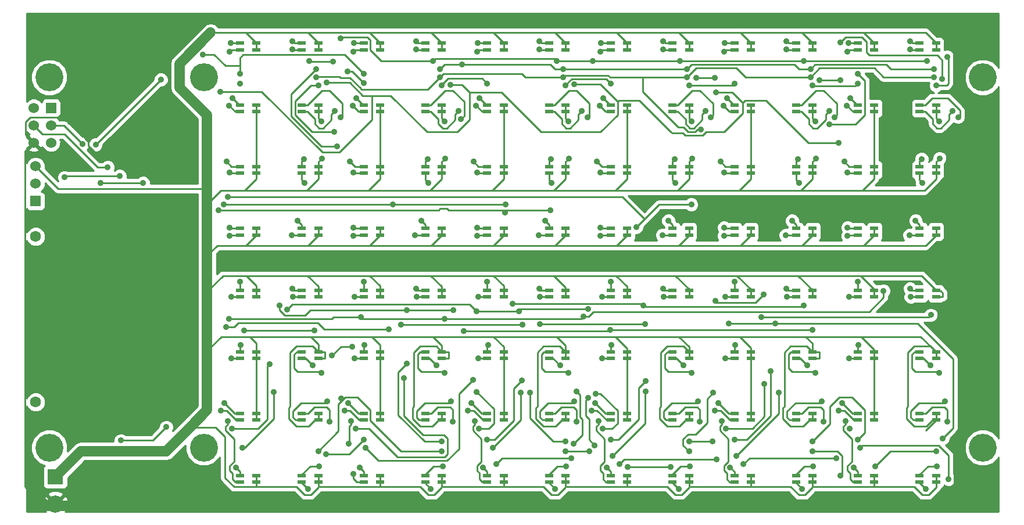
<source format=gtl>
G04 (created by PCBNEW (2013-07-07 BZR 4022)-stable) date 5/10/2014 5:07:10 PM*
%MOIN*%
G04 Gerber Fmt 3.4, Leading zero omitted, Abs format*
%FSLAX34Y34*%
G01*
G70*
G90*
G04 APERTURE LIST*
%ADD10C,0.00590551*%
%ADD11R,0.0905512X0.0905512*%
%ADD12C,0.0984252*%
%ADD13R,0.0472441X0.023622*%
%ADD14C,0.0629921*%
%ADD15R,0.06X0.06*%
%ADD16C,0.06*%
%ADD17C,0.16*%
%ADD18C,0.035*%
%ADD19C,0.01*%
%ADD20C,0.06*%
G04 APERTURE END LIST*
G54D10*
G54D11*
X28307Y-64062D03*
G54D12*
X28307Y-65622D03*
G54D13*
X78818Y-39183D03*
X78818Y-39557D03*
X77874Y-39557D03*
X77874Y-39183D03*
G54D14*
X27165Y-50275D03*
X27165Y-59783D03*
G54D15*
X28059Y-42897D03*
G54D16*
X27059Y-42897D03*
X28059Y-43897D03*
X27059Y-43897D03*
X28059Y-44897D03*
X27059Y-44897D03*
G54D15*
X27165Y-48244D03*
G54D16*
X27165Y-47244D03*
X27165Y-46244D03*
G54D13*
X78818Y-42726D03*
X78818Y-43100D03*
X77874Y-43100D03*
X77874Y-42726D03*
X54015Y-63986D03*
X54015Y-64360D03*
X53070Y-64360D03*
X53070Y-63986D03*
X57559Y-53356D03*
X57559Y-53730D03*
X56614Y-53730D03*
X56614Y-53356D03*
X57559Y-56899D03*
X57559Y-57273D03*
X56614Y-57273D03*
X56614Y-56899D03*
X57559Y-60442D03*
X57559Y-60816D03*
X56614Y-60816D03*
X56614Y-60442D03*
X57559Y-63986D03*
X57559Y-64360D03*
X56614Y-64360D03*
X56614Y-63986D03*
X50472Y-53356D03*
X50472Y-53730D03*
X49527Y-53730D03*
X49527Y-53356D03*
X50472Y-56899D03*
X50472Y-57273D03*
X49527Y-57273D03*
X49527Y-56899D03*
X50472Y-60442D03*
X50472Y-60816D03*
X49527Y-60816D03*
X49527Y-60442D03*
X50472Y-63986D03*
X50472Y-64360D03*
X49527Y-64360D03*
X49527Y-63986D03*
X54015Y-53356D03*
X54015Y-53730D03*
X53070Y-53730D03*
X53070Y-53356D03*
X54015Y-56899D03*
X54015Y-57273D03*
X53070Y-57273D03*
X53070Y-56899D03*
X54015Y-60442D03*
X54015Y-60816D03*
X53070Y-60816D03*
X53070Y-60442D03*
X61102Y-63986D03*
X61102Y-64360D03*
X60157Y-64360D03*
X60157Y-63986D03*
X46929Y-53356D03*
X46929Y-53730D03*
X45984Y-53730D03*
X45984Y-53356D03*
X46929Y-56899D03*
X46929Y-57273D03*
X45984Y-57273D03*
X45984Y-56899D03*
X46929Y-60442D03*
X46929Y-60816D03*
X45984Y-60816D03*
X45984Y-60442D03*
X46929Y-63986D03*
X46929Y-64360D03*
X45984Y-64360D03*
X45984Y-63986D03*
X43385Y-53356D03*
X43385Y-53730D03*
X42440Y-53730D03*
X42440Y-53356D03*
X43385Y-56899D03*
X43385Y-57273D03*
X42440Y-57273D03*
X42440Y-56899D03*
X43385Y-60442D03*
X43385Y-60816D03*
X42440Y-60816D03*
X42440Y-60442D03*
X43385Y-63986D03*
X43385Y-64360D03*
X42440Y-64360D03*
X42440Y-63986D03*
X39842Y-53356D03*
X39842Y-53730D03*
X38897Y-53730D03*
X38897Y-53356D03*
X39842Y-56899D03*
X39842Y-57273D03*
X38897Y-57273D03*
X38897Y-56899D03*
X64645Y-63986D03*
X64645Y-64360D03*
X63700Y-64360D03*
X63700Y-63986D03*
X78818Y-53356D03*
X78818Y-53730D03*
X77874Y-53730D03*
X77874Y-53356D03*
X78818Y-56899D03*
X78818Y-57273D03*
X77874Y-57273D03*
X77874Y-56899D03*
X78818Y-60442D03*
X78818Y-60816D03*
X77874Y-60816D03*
X77874Y-60442D03*
X78818Y-63986D03*
X78818Y-64360D03*
X77874Y-64360D03*
X77874Y-63986D03*
X71732Y-53356D03*
X71732Y-53730D03*
X70787Y-53730D03*
X70787Y-53356D03*
X71732Y-56899D03*
X71732Y-57273D03*
X70787Y-57273D03*
X70787Y-56899D03*
X71732Y-60442D03*
X71732Y-60816D03*
X70787Y-60816D03*
X70787Y-60442D03*
X71732Y-63986D03*
X71732Y-64360D03*
X70787Y-64360D03*
X70787Y-63986D03*
X64645Y-53356D03*
X64645Y-53730D03*
X63700Y-53730D03*
X63700Y-53356D03*
X64645Y-56899D03*
X64645Y-57273D03*
X63700Y-57273D03*
X63700Y-56899D03*
X64645Y-60442D03*
X64645Y-60816D03*
X63700Y-60816D03*
X63700Y-60442D03*
X39842Y-60442D03*
X39842Y-60816D03*
X38897Y-60816D03*
X38897Y-60442D03*
X75275Y-53356D03*
X75275Y-53730D03*
X74330Y-53730D03*
X74330Y-53356D03*
X75275Y-56899D03*
X75275Y-57273D03*
X74330Y-57273D03*
X74330Y-56899D03*
X75275Y-60442D03*
X75275Y-60816D03*
X74330Y-60816D03*
X74330Y-60442D03*
X75275Y-63986D03*
X75275Y-64360D03*
X74330Y-64360D03*
X74330Y-63986D03*
X68188Y-53356D03*
X68188Y-53730D03*
X67244Y-53730D03*
X67244Y-53356D03*
X68188Y-56899D03*
X68188Y-57273D03*
X67244Y-57273D03*
X67244Y-56899D03*
X68188Y-60442D03*
X68188Y-60816D03*
X67244Y-60816D03*
X67244Y-60442D03*
X61102Y-53356D03*
X61102Y-53730D03*
X60157Y-53730D03*
X60157Y-53356D03*
X61102Y-56899D03*
X61102Y-57273D03*
X60157Y-57273D03*
X60157Y-56899D03*
X61102Y-60442D03*
X61102Y-60816D03*
X60157Y-60816D03*
X60157Y-60442D03*
X64645Y-42726D03*
X64645Y-43100D03*
X63700Y-43100D03*
X63700Y-42726D03*
X57559Y-42726D03*
X57559Y-43100D03*
X56614Y-43100D03*
X56614Y-42726D03*
X57559Y-39183D03*
X57559Y-39557D03*
X56614Y-39557D03*
X56614Y-39183D03*
X61102Y-49812D03*
X61102Y-50187D03*
X60157Y-50187D03*
X60157Y-49812D03*
X61102Y-46269D03*
X61102Y-46643D03*
X60157Y-46643D03*
X60157Y-46269D03*
X61102Y-42726D03*
X61102Y-43100D03*
X60157Y-43100D03*
X60157Y-42726D03*
X61102Y-39183D03*
X61102Y-39557D03*
X60157Y-39557D03*
X60157Y-39183D03*
X68188Y-49812D03*
X68188Y-50187D03*
X67244Y-50187D03*
X67244Y-49812D03*
X68188Y-46269D03*
X68188Y-46643D03*
X67244Y-46643D03*
X67244Y-46269D03*
X68188Y-42726D03*
X68188Y-43100D03*
X67244Y-43100D03*
X67244Y-42726D03*
X68188Y-39183D03*
X68188Y-39557D03*
X67244Y-39557D03*
X67244Y-39183D03*
X64645Y-49812D03*
X64645Y-50187D03*
X63700Y-50187D03*
X63700Y-49812D03*
X57559Y-46269D03*
X57559Y-46643D03*
X56614Y-46643D03*
X56614Y-46269D03*
X64645Y-39183D03*
X64645Y-39557D03*
X63700Y-39557D03*
X63700Y-39183D03*
X71732Y-49812D03*
X71732Y-50187D03*
X70787Y-50187D03*
X70787Y-49812D03*
X71732Y-46269D03*
X71732Y-46643D03*
X70787Y-46643D03*
X70787Y-46269D03*
X71732Y-42726D03*
X71732Y-43100D03*
X70787Y-43100D03*
X70787Y-42726D03*
X71732Y-39183D03*
X71732Y-39557D03*
X70787Y-39557D03*
X70787Y-39183D03*
X75275Y-49812D03*
X75275Y-50187D03*
X74330Y-50187D03*
X74330Y-49812D03*
X75275Y-46269D03*
X75275Y-46643D03*
X74330Y-46643D03*
X74330Y-46269D03*
X75275Y-42726D03*
X75275Y-43100D03*
X74330Y-43100D03*
X74330Y-42726D03*
X75275Y-39183D03*
X75275Y-39557D03*
X74330Y-39557D03*
X74330Y-39183D03*
X78818Y-49812D03*
X78818Y-50187D03*
X77874Y-50187D03*
X77874Y-49812D03*
X54015Y-42726D03*
X54015Y-43100D03*
X53070Y-43100D03*
X53070Y-42726D03*
X39842Y-63986D03*
X39842Y-64360D03*
X38897Y-64360D03*
X38897Y-63986D03*
X39842Y-49812D03*
X39842Y-50187D03*
X38897Y-50187D03*
X38897Y-49812D03*
X39842Y-46269D03*
X39842Y-46643D03*
X38897Y-46643D03*
X38897Y-46269D03*
X39842Y-42726D03*
X39842Y-43100D03*
X38897Y-43100D03*
X38897Y-42726D03*
X39842Y-39183D03*
X39842Y-39557D03*
X38897Y-39557D03*
X38897Y-39183D03*
X46929Y-49812D03*
X46929Y-50187D03*
X45984Y-50187D03*
X45984Y-49812D03*
X46929Y-46269D03*
X46929Y-46643D03*
X45984Y-46643D03*
X45984Y-46269D03*
X46929Y-42726D03*
X46929Y-43100D03*
X45984Y-43100D03*
X45984Y-42726D03*
X46929Y-39183D03*
X46929Y-39557D03*
X45984Y-39557D03*
X45984Y-39183D03*
X54015Y-49812D03*
X54015Y-50187D03*
X53070Y-50187D03*
X53070Y-49812D03*
X54015Y-46269D03*
X54015Y-46643D03*
X53070Y-46643D03*
X53070Y-46269D03*
X78818Y-46269D03*
X78818Y-46643D03*
X77874Y-46643D03*
X77874Y-46269D03*
X54015Y-39183D03*
X54015Y-39557D03*
X53070Y-39557D03*
X53070Y-39183D03*
X43385Y-49812D03*
X43385Y-50187D03*
X42440Y-50187D03*
X42440Y-49812D03*
X43385Y-46269D03*
X43385Y-46643D03*
X42440Y-46643D03*
X42440Y-46269D03*
X43385Y-42726D03*
X43385Y-43100D03*
X42440Y-43100D03*
X42440Y-42726D03*
X43385Y-39183D03*
X43385Y-39557D03*
X42440Y-39557D03*
X42440Y-39183D03*
X50472Y-49812D03*
X50472Y-50187D03*
X49527Y-50187D03*
X49527Y-49812D03*
X50472Y-46269D03*
X50472Y-46643D03*
X49527Y-46643D03*
X49527Y-46269D03*
X50472Y-42726D03*
X50472Y-43100D03*
X49527Y-43100D03*
X49527Y-42726D03*
X50472Y-39183D03*
X50472Y-39557D03*
X49527Y-39557D03*
X49527Y-39183D03*
X57559Y-49812D03*
X57559Y-50187D03*
X56614Y-50187D03*
X56614Y-49812D03*
X64645Y-46269D03*
X64645Y-46643D03*
X63700Y-46643D03*
X63700Y-46269D03*
X68188Y-63986D03*
X68188Y-64360D03*
X67244Y-64360D03*
X67244Y-63986D03*
G54D17*
X81496Y-62401D03*
X81496Y-41141D03*
X27952Y-62401D03*
X36811Y-62401D03*
X36811Y-41141D03*
X27952Y-41141D03*
G54D18*
X31306Y-46298D03*
X29852Y-44973D03*
X33331Y-47198D03*
X30904Y-47198D03*
X32065Y-61981D03*
X34666Y-61216D03*
X53582Y-63346D03*
X78307Y-40196D03*
X71220Y-40196D03*
X64133Y-40196D03*
X57047Y-40196D03*
X49960Y-40196D03*
X42874Y-40196D03*
X67755Y-63346D03*
X60669Y-63346D03*
X44657Y-38917D03*
X44232Y-40223D03*
X73084Y-62987D03*
X59133Y-40196D03*
X56703Y-48772D03*
X37644Y-48772D03*
X66231Y-63076D03*
X57893Y-62996D03*
X58015Y-62159D03*
X58198Y-59165D03*
X54080Y-48896D03*
X69607Y-55255D03*
X73319Y-63995D03*
X75309Y-63470D03*
X71732Y-62598D03*
X78818Y-62598D03*
X74330Y-40944D03*
X72700Y-43829D03*
X45984Y-40944D03*
X38897Y-40944D03*
X64645Y-62598D03*
X57559Y-62598D03*
X50472Y-62598D03*
X43385Y-62598D03*
X58916Y-62598D03*
X37972Y-48440D03*
X54118Y-48440D03*
X79188Y-61862D03*
X39114Y-55665D03*
X43167Y-55665D03*
X44705Y-59561D03*
X66913Y-55255D03*
X66038Y-59252D03*
X47646Y-48440D03*
X36763Y-39840D03*
X34351Y-41270D03*
X30613Y-45008D03*
X79173Y-41220D03*
X73858Y-61299D03*
X66771Y-61299D03*
X68975Y-58731D03*
X59685Y-61299D03*
X52598Y-61299D03*
X45511Y-61299D03*
X38425Y-61299D03*
X50963Y-41558D03*
X73321Y-39144D03*
X58059Y-41549D03*
X43847Y-41444D03*
X73212Y-44897D03*
X66190Y-41992D03*
X66112Y-41177D03*
X65062Y-41177D03*
X71714Y-55643D03*
X73321Y-41318D03*
X72138Y-41318D03*
X51735Y-55688D03*
X60110Y-55643D03*
X59305Y-59294D03*
X51122Y-54501D03*
X41169Y-54245D03*
X40583Y-57591D03*
X52466Y-59187D03*
X48444Y-54501D03*
X48300Y-58401D03*
X37758Y-41955D03*
X54876Y-54576D03*
X54984Y-59224D03*
X53385Y-62401D03*
X43267Y-41141D03*
X52250Y-58503D03*
X52462Y-54576D03*
X46102Y-62401D03*
X41595Y-54469D03*
X40838Y-59216D03*
X64777Y-48440D03*
X65320Y-44126D03*
X78700Y-41141D03*
X71614Y-41141D03*
X64527Y-41141D03*
X57440Y-41141D03*
X50354Y-41141D03*
X74448Y-62401D03*
X39015Y-62401D03*
X68795Y-54917D03*
X79541Y-64197D03*
X78515Y-54781D03*
X61621Y-49733D03*
X58844Y-54445D03*
X38184Y-48015D03*
X78818Y-41614D03*
X79448Y-39960D03*
X38267Y-55000D03*
X59224Y-62261D03*
X58861Y-59527D03*
X58607Y-54853D03*
X61137Y-63507D03*
X63593Y-63507D03*
X75802Y-53396D03*
X44155Y-57112D03*
X45821Y-54901D03*
X45312Y-56590D03*
X50635Y-54989D03*
X79015Y-45787D03*
X78976Y-43661D03*
X71929Y-45787D03*
X71889Y-43661D03*
X64842Y-45787D03*
X64803Y-43661D03*
X57755Y-45787D03*
X57716Y-43661D03*
X50669Y-45787D03*
X50629Y-43661D03*
X43582Y-45787D03*
X43543Y-43661D03*
X38095Y-55473D03*
X47425Y-55598D03*
X62165Y-59173D03*
X60275Y-62874D03*
X62016Y-54220D03*
X51615Y-40406D03*
X50354Y-40669D03*
X69792Y-59226D03*
X67362Y-62874D03*
X78700Y-40669D03*
X71614Y-40669D03*
X64527Y-40669D03*
X57440Y-40669D03*
X43267Y-40669D03*
X44444Y-45100D03*
X54537Y-54121D03*
X71231Y-54220D03*
X28815Y-46885D03*
X31987Y-46810D03*
X38897Y-41496D03*
X36023Y-57874D03*
X75787Y-65157D03*
X68661Y-65157D03*
X61614Y-65157D03*
X54566Y-65157D03*
X47480Y-65118D03*
X40393Y-65078D03*
X76771Y-37992D03*
X69685Y-37992D03*
X62598Y-37992D03*
X55511Y-37992D03*
X48425Y-37992D03*
X41338Y-37992D03*
X34898Y-37992D03*
X29242Y-42814D03*
X36134Y-46008D03*
X32354Y-65405D03*
X72677Y-43070D03*
X74330Y-41496D03*
X71732Y-41614D03*
X70236Y-39527D03*
X70236Y-39055D03*
X72992Y-43425D03*
X66811Y-42322D03*
X70944Y-47204D03*
X66653Y-39685D03*
X70905Y-45826D03*
X66692Y-39173D03*
X70196Y-50196D03*
X70551Y-49370D03*
X66653Y-50236D03*
X66653Y-49763D03*
X63464Y-49370D03*
X67244Y-41496D03*
X64645Y-41614D03*
X63149Y-39527D03*
X63149Y-39055D03*
X65590Y-43070D03*
X65905Y-43425D03*
X59724Y-42322D03*
X63858Y-47204D03*
X59566Y-39685D03*
X63818Y-45826D03*
X59606Y-39173D03*
X63110Y-50196D03*
X59566Y-50236D03*
X59566Y-49763D03*
X59566Y-46614D03*
X59370Y-45984D03*
X59527Y-42755D03*
X77637Y-49370D03*
X77322Y-39527D03*
X77322Y-39055D03*
X79763Y-43070D03*
X80078Y-43425D03*
X73897Y-42322D03*
X78031Y-47204D03*
X73740Y-39685D03*
X77992Y-45826D03*
X73779Y-39173D03*
X77283Y-50196D03*
X73740Y-50236D03*
X73740Y-49763D03*
X73740Y-46614D03*
X73543Y-45984D03*
X73700Y-42755D03*
X66653Y-46614D03*
X66456Y-45984D03*
X66614Y-42755D03*
X67244Y-52874D03*
X66732Y-53740D03*
X67283Y-56496D03*
X66732Y-57283D03*
X66338Y-59842D03*
X66141Y-60275D03*
X67007Y-63543D03*
X66535Y-60866D03*
X70275Y-53740D03*
X70236Y-53267D03*
X71417Y-57677D03*
X71889Y-58110D03*
X72244Y-59724D03*
X72362Y-60905D03*
X71141Y-64763D03*
X71771Y-63464D03*
X73818Y-57283D03*
X74330Y-52874D03*
X73818Y-53740D03*
X74370Y-56496D03*
X73425Y-59842D03*
X73228Y-60275D03*
X74094Y-63543D03*
X73622Y-60866D03*
X68921Y-53600D03*
X66161Y-53961D03*
X66006Y-62047D03*
X64645Y-62047D03*
X67244Y-61929D03*
X69315Y-57988D03*
X60157Y-61929D03*
X57559Y-62047D03*
X62152Y-58577D03*
X62140Y-55314D03*
X56083Y-55314D03*
X55519Y-59230D03*
X74330Y-61929D03*
X71732Y-62047D03*
X60157Y-52874D03*
X59645Y-53740D03*
X59921Y-63543D03*
X59448Y-60866D03*
X59251Y-59842D03*
X59055Y-60275D03*
X60196Y-56496D03*
X59645Y-57283D03*
X78858Y-63464D03*
X78228Y-64763D03*
X79448Y-60905D03*
X79330Y-59724D03*
X78976Y-58110D03*
X78503Y-57677D03*
X77322Y-53267D03*
X77362Y-53740D03*
X65157Y-59724D03*
X64685Y-63464D03*
X64055Y-64763D03*
X65275Y-60905D03*
X64803Y-58110D03*
X64330Y-57677D03*
X63149Y-53267D03*
X63188Y-53740D03*
X45078Y-59842D03*
X43818Y-62755D03*
X45984Y-61929D03*
X45393Y-63897D03*
X45275Y-60866D03*
X45118Y-62165D03*
X45748Y-63543D03*
X44881Y-60275D03*
X51102Y-60905D03*
X45472Y-57283D03*
X49842Y-64763D03*
X46023Y-56496D03*
X50511Y-63464D03*
X45472Y-53740D03*
X45984Y-52874D03*
X49015Y-53740D03*
X48976Y-53267D03*
X52362Y-60866D03*
X52834Y-63543D03*
X51968Y-60275D03*
X52165Y-59842D03*
X58188Y-60905D03*
X52559Y-57283D03*
X56968Y-64763D03*
X53110Y-56496D03*
X57598Y-63464D03*
X52559Y-53740D03*
X53070Y-52874D03*
X50157Y-57677D03*
X56102Y-53740D03*
X56062Y-53267D03*
X57244Y-57677D03*
X57716Y-58110D03*
X58070Y-59724D03*
X38188Y-60866D03*
X38661Y-63543D03*
X37795Y-60275D03*
X37992Y-59842D03*
X44015Y-60905D03*
X38385Y-57283D03*
X42795Y-64763D03*
X38937Y-56496D03*
X43425Y-63464D03*
X38385Y-53740D03*
X38897Y-52874D03*
X41929Y-53740D03*
X41889Y-53267D03*
X43070Y-57677D03*
X43543Y-58110D03*
X43897Y-59724D03*
X50629Y-58110D03*
X50984Y-59724D03*
X53070Y-61929D03*
X50472Y-62047D03*
X55062Y-58529D03*
X55082Y-55338D03*
X48138Y-55338D03*
X48449Y-57583D03*
X49291Y-49370D03*
X48937Y-50196D03*
X49645Y-45826D03*
X49685Y-47204D03*
X51574Y-43543D03*
X51417Y-43070D03*
X48976Y-39055D03*
X48976Y-39527D03*
X45393Y-50236D03*
X45393Y-49763D03*
X45393Y-46614D03*
X45196Y-45984D03*
X45354Y-42755D03*
X45551Y-42322D03*
X45393Y-39685D03*
X45433Y-39173D03*
X52480Y-46614D03*
X42598Y-47204D03*
X42204Y-49370D03*
X41850Y-50196D03*
X42559Y-45826D03*
X44645Y-43425D03*
X44330Y-43070D03*
X41889Y-39055D03*
X41889Y-39527D03*
X53070Y-41496D03*
X50472Y-41614D03*
X60157Y-41496D03*
X57559Y-41614D03*
X44290Y-44268D03*
X45047Y-40787D03*
X43385Y-41614D03*
X45984Y-41456D03*
X56023Y-50196D03*
X56377Y-49370D03*
X56062Y-39055D03*
X56062Y-39527D03*
X58818Y-43425D03*
X58503Y-43070D03*
X56732Y-45826D03*
X56771Y-47204D03*
X38307Y-39685D03*
X38346Y-39173D03*
X38464Y-42322D03*
X38267Y-42755D03*
X38110Y-45984D03*
X38307Y-46614D03*
X38307Y-49763D03*
X38307Y-50236D03*
X52519Y-39173D03*
X52480Y-39685D03*
X52637Y-42322D03*
X52440Y-42755D03*
X52283Y-45984D03*
X52480Y-49763D03*
X52480Y-50236D03*
G54D19*
X30718Y-46298D02*
X31306Y-46298D01*
X28817Y-44397D02*
X30718Y-46298D01*
X27559Y-44397D02*
X28817Y-44397D01*
X27059Y-43897D02*
X27559Y-44397D01*
X28777Y-43897D02*
X28059Y-43897D01*
X29852Y-44973D02*
X28777Y-43897D01*
X30904Y-47198D02*
X33331Y-47198D01*
X33901Y-61981D02*
X32065Y-61981D01*
X34666Y-61216D02*
X33901Y-61981D01*
X42900Y-40223D02*
X44232Y-40223D01*
X42874Y-40196D02*
X42900Y-40223D01*
X44736Y-38838D02*
X44657Y-38917D01*
X46206Y-38838D02*
X44736Y-38838D01*
X46370Y-39002D02*
X46206Y-38838D01*
X46370Y-39565D02*
X46370Y-39002D01*
X47002Y-40196D02*
X46370Y-39565D01*
X49960Y-40196D02*
X47002Y-40196D01*
X50076Y-40081D02*
X49960Y-40196D01*
X56931Y-40081D02*
X50076Y-40081D01*
X57047Y-40196D02*
X56931Y-40081D01*
X68114Y-62987D02*
X73084Y-62987D01*
X67755Y-63346D02*
X68114Y-62987D01*
X60938Y-63076D02*
X66231Y-63076D01*
X60669Y-63346D02*
X60938Y-63076D01*
X54080Y-48896D02*
X54080Y-48772D01*
X56703Y-48772D02*
X54080Y-48772D01*
X58396Y-59362D02*
X58198Y-59165D01*
X58396Y-60648D02*
X58396Y-59362D01*
X58514Y-60766D02*
X58396Y-60648D01*
X58514Y-61659D02*
X58514Y-60766D01*
X58015Y-62159D02*
X58514Y-61659D01*
X53932Y-62996D02*
X57893Y-62996D01*
X53582Y-63346D02*
X53932Y-62996D01*
X50284Y-48772D02*
X37644Y-48772D01*
X50373Y-48682D02*
X50284Y-48772D01*
X50762Y-48682D02*
X50373Y-48682D01*
X50851Y-48772D02*
X50762Y-48682D01*
X54080Y-48772D02*
X50851Y-48772D01*
X64133Y-40196D02*
X71220Y-40196D01*
X71220Y-40196D02*
X78307Y-40196D01*
X57047Y-40196D02*
X59133Y-40196D01*
X59133Y-40196D02*
X64133Y-40196D01*
X73418Y-63896D02*
X73319Y-63995D01*
X73418Y-62853D02*
X73418Y-63896D01*
X73163Y-62598D02*
X73418Y-62853D01*
X71732Y-62598D02*
X73163Y-62598D01*
X76181Y-62598D02*
X75309Y-63470D01*
X78818Y-62598D02*
X76181Y-62598D01*
X74200Y-43829D02*
X72700Y-43829D01*
X74731Y-43297D02*
X74200Y-43829D01*
X74731Y-41346D02*
X74731Y-43297D01*
X74330Y-40944D02*
X74731Y-41346D01*
X77756Y-55255D02*
X69607Y-55255D01*
X79792Y-57292D02*
X77756Y-55255D01*
X79792Y-61257D02*
X79792Y-57292D01*
X79188Y-61862D02*
X79792Y-61257D01*
X57559Y-62598D02*
X58916Y-62598D01*
X44538Y-61446D02*
X43385Y-62598D01*
X44538Y-59906D02*
X44538Y-61446D01*
X44794Y-59650D02*
X44538Y-59906D01*
X44705Y-59561D02*
X44794Y-59650D01*
X39114Y-55665D02*
X43167Y-55665D01*
X64302Y-62255D02*
X64645Y-62598D01*
X64302Y-61916D02*
X64302Y-62255D01*
X64598Y-61620D02*
X64302Y-61916D01*
X65027Y-61620D02*
X64598Y-61620D01*
X65690Y-60957D02*
X65027Y-61620D01*
X65690Y-59600D02*
X65690Y-60957D01*
X66038Y-59252D02*
X65690Y-59600D01*
X69607Y-55255D02*
X66913Y-55255D01*
X44931Y-59513D02*
X44794Y-59650D01*
X45632Y-59513D02*
X44931Y-59513D01*
X46370Y-60251D02*
X45632Y-59513D01*
X46370Y-60842D02*
X46370Y-60251D01*
X48126Y-62598D02*
X46370Y-60842D01*
X50472Y-62598D02*
X48126Y-62598D01*
X38897Y-40944D02*
X38897Y-40483D01*
X44892Y-39852D02*
X45984Y-40944D01*
X39066Y-39852D02*
X44892Y-39852D01*
X38897Y-40022D02*
X39066Y-39852D01*
X38897Y-40483D02*
X38897Y-40022D01*
X34351Y-41270D02*
X30613Y-45008D01*
X37407Y-39840D02*
X36763Y-39840D01*
X38050Y-40483D02*
X37407Y-39840D01*
X38897Y-40483D02*
X38050Y-40483D01*
X54118Y-48440D02*
X47646Y-48440D01*
X47646Y-48440D02*
X37972Y-48440D01*
X67716Y-43194D02*
X67716Y-42596D01*
X66646Y-44264D02*
X67716Y-43194D01*
X65642Y-44264D02*
X66646Y-44264D01*
X65442Y-44464D02*
X65642Y-44264D01*
X64413Y-44464D02*
X65442Y-44464D01*
X64296Y-44347D02*
X64413Y-44464D01*
X63685Y-44347D02*
X64296Y-44347D01*
X63601Y-44264D02*
X63685Y-44347D01*
X61795Y-42458D02*
X63601Y-44264D01*
X60609Y-42458D02*
X61795Y-42458D01*
X60543Y-42523D02*
X60609Y-42458D01*
X68280Y-61299D02*
X66771Y-61299D01*
X68975Y-60604D02*
X68280Y-61299D01*
X68975Y-58731D02*
X68975Y-60604D01*
X59570Y-41549D02*
X60543Y-42523D01*
X58059Y-41549D02*
X59570Y-41549D01*
X71499Y-44897D02*
X73212Y-44897D01*
X69059Y-42458D02*
X71499Y-44897D01*
X67854Y-42458D02*
X69059Y-42458D01*
X67716Y-42596D02*
X67854Y-42458D01*
X66112Y-41177D02*
X65062Y-41177D01*
X67112Y-41992D02*
X66190Y-41992D01*
X67716Y-42596D02*
X67112Y-41992D01*
X72138Y-41318D02*
X73321Y-41318D01*
X51622Y-41558D02*
X50963Y-41558D01*
X52061Y-41997D02*
X51622Y-41558D01*
X73627Y-38838D02*
X73321Y-39144D01*
X74556Y-38838D02*
X73627Y-38838D01*
X74831Y-39113D02*
X74556Y-38838D01*
X74831Y-39714D02*
X74831Y-39113D01*
X74988Y-39871D02*
X74831Y-39714D01*
X78886Y-39871D02*
X74988Y-39871D01*
X78986Y-39971D02*
X78886Y-39871D01*
X79173Y-40158D02*
X78986Y-39971D01*
X79173Y-41220D02*
X79173Y-40158D01*
X60543Y-43299D02*
X60543Y-42523D01*
X59566Y-44277D02*
X60543Y-43299D01*
X56162Y-44277D02*
X59566Y-44277D01*
X53883Y-41997D02*
X56162Y-44277D01*
X52061Y-41997D02*
X53883Y-41997D01*
X71714Y-55643D02*
X60110Y-55643D01*
X60241Y-61299D02*
X59685Y-61299D01*
X60543Y-60997D02*
X60241Y-61299D01*
X60543Y-60262D02*
X60543Y-60997D01*
X59575Y-59294D02*
X60543Y-60262D01*
X59305Y-59294D02*
X59575Y-59294D01*
X40475Y-57700D02*
X40583Y-57591D01*
X40475Y-60765D02*
X40475Y-57700D01*
X39941Y-61299D02*
X40475Y-60765D01*
X38425Y-61299D02*
X39941Y-61299D01*
X60065Y-55688D02*
X60110Y-55643D01*
X51735Y-55688D02*
X60065Y-55688D01*
X53457Y-60177D02*
X52466Y-59187D01*
X53457Y-61004D02*
X53457Y-60177D01*
X53162Y-61299D02*
X53457Y-61004D01*
X52598Y-61299D02*
X53162Y-61299D01*
X51122Y-54501D02*
X48444Y-54501D01*
X48300Y-60578D02*
X48300Y-58401D01*
X49380Y-61658D02*
X48300Y-60578D01*
X50582Y-61658D02*
X49380Y-61658D01*
X50797Y-61874D02*
X50582Y-61658D01*
X50797Y-62756D02*
X50797Y-61874D01*
X50618Y-62936D02*
X50797Y-62756D01*
X47916Y-62936D02*
X50618Y-62936D01*
X46279Y-61299D02*
X47916Y-62936D01*
X45511Y-61299D02*
X46279Y-61299D01*
X42923Y-54501D02*
X48444Y-54501D01*
X42625Y-54799D02*
X42923Y-54501D01*
X41458Y-54799D02*
X42625Y-54799D01*
X41169Y-54511D02*
X41458Y-54799D01*
X41169Y-54245D02*
X41169Y-54511D01*
X45928Y-42194D02*
X46456Y-42194D01*
X45179Y-41444D02*
X45928Y-42194D01*
X43847Y-41444D02*
X45179Y-41444D01*
X52061Y-43557D02*
X52061Y-41997D01*
X51348Y-44271D02*
X52061Y-43557D01*
X49612Y-44271D02*
X51348Y-44271D01*
X47536Y-42194D02*
X49612Y-44271D01*
X46456Y-42194D02*
X47536Y-42194D01*
X40138Y-41955D02*
X37758Y-41955D01*
X43625Y-45442D02*
X40138Y-41955D01*
X44578Y-45442D02*
X43625Y-45442D01*
X46456Y-43563D02*
X44578Y-45442D01*
X46456Y-42194D02*
X46456Y-43563D01*
X54984Y-60802D02*
X53385Y-62401D01*
X54984Y-59224D02*
X54984Y-60802D01*
X57562Y-41020D02*
X57440Y-41141D01*
X59996Y-41020D02*
X57562Y-41020D01*
X60118Y-41141D02*
X59996Y-41020D01*
X61984Y-41141D02*
X60118Y-41141D01*
X55252Y-41141D02*
X57440Y-41141D01*
X55048Y-40937D02*
X55252Y-41141D01*
X50558Y-40937D02*
X55048Y-40937D01*
X50354Y-41141D02*
X50558Y-40937D01*
X43304Y-41104D02*
X43267Y-41141D01*
X44602Y-41104D02*
X43304Y-41104D01*
X44650Y-41153D02*
X44602Y-41104D01*
X45208Y-41153D02*
X44650Y-41153D01*
X45840Y-41785D02*
X45208Y-41153D01*
X45840Y-41822D02*
X45840Y-41785D01*
X49673Y-41822D02*
X45840Y-41822D01*
X50354Y-41141D02*
X49673Y-41822D01*
X46837Y-63136D02*
X46102Y-62401D01*
X50761Y-63136D02*
X46837Y-63136D01*
X51444Y-62453D02*
X50761Y-63136D01*
X51444Y-59309D02*
X51444Y-62453D01*
X52250Y-58503D02*
X51444Y-59309D01*
X52062Y-54175D02*
X52462Y-54576D01*
X41888Y-54175D02*
X52062Y-54175D01*
X41595Y-54469D02*
X41888Y-54175D01*
X62914Y-48440D02*
X64777Y-48440D01*
X62076Y-49278D02*
X62914Y-48440D01*
X61984Y-41958D02*
X61984Y-41141D01*
X64028Y-44002D02*
X61984Y-41958D01*
X64317Y-44002D02*
X64028Y-44002D01*
X64579Y-44264D02*
X64317Y-44002D01*
X65000Y-44264D02*
X64579Y-44264D01*
X65138Y-44126D02*
X65000Y-44264D01*
X65320Y-44126D02*
X65138Y-44126D01*
X79541Y-62844D02*
X79541Y-64197D01*
X78961Y-62263D02*
X79541Y-62844D01*
X74587Y-62263D02*
X78961Y-62263D01*
X74448Y-62401D02*
X74587Y-62263D01*
X78380Y-54917D02*
X68795Y-54917D01*
X78515Y-54781D02*
X78380Y-54917D01*
X39015Y-62401D02*
X39121Y-62401D01*
X72137Y-40618D02*
X71614Y-41141D01*
X75277Y-40618D02*
X72137Y-40618D01*
X75801Y-41141D02*
X75277Y-40618D01*
X78700Y-41141D02*
X75801Y-41141D01*
X67902Y-41141D02*
X71614Y-41141D01*
X67369Y-40608D02*
X67902Y-41141D01*
X65060Y-40608D02*
X67369Y-40608D01*
X64527Y-41141D02*
X65060Y-40608D01*
X61984Y-41141D02*
X64527Y-41141D01*
X55007Y-54445D02*
X54876Y-54576D01*
X58844Y-54445D02*
X55007Y-54445D01*
X52462Y-54576D02*
X54876Y-54576D01*
X60812Y-48015D02*
X62076Y-49278D01*
X38184Y-48015D02*
X60812Y-48015D01*
X62076Y-49278D02*
X61621Y-49733D01*
X39173Y-62401D02*
X39121Y-62401D01*
X40838Y-60736D02*
X39173Y-62401D01*
X40838Y-59216D02*
X40838Y-60736D01*
X39121Y-62401D02*
X39015Y-62401D01*
X79409Y-41614D02*
X78818Y-41614D01*
X79527Y-41496D02*
X79409Y-41614D01*
X79527Y-40039D02*
X79527Y-41496D01*
X79448Y-39960D02*
X79527Y-40039D01*
X44271Y-54901D02*
X45821Y-54901D01*
X44173Y-55000D02*
X44271Y-54901D01*
X38267Y-55000D02*
X44173Y-55000D01*
X44676Y-56590D02*
X45312Y-56590D01*
X44155Y-57112D02*
X44676Y-56590D01*
X58711Y-59676D02*
X58861Y-59527D01*
X58711Y-60580D02*
X58711Y-59676D01*
X58911Y-60780D02*
X58711Y-60580D01*
X58911Y-61949D02*
X58911Y-60780D01*
X59224Y-62261D02*
X58911Y-61949D01*
X61137Y-63507D02*
X63593Y-63507D01*
X75802Y-53770D02*
X75802Y-53396D01*
X74980Y-54592D02*
X75802Y-53770D01*
X59157Y-54592D02*
X74980Y-54592D01*
X58896Y-54853D02*
X59157Y-54592D01*
X58607Y-54853D02*
X58896Y-54853D01*
X58471Y-54989D02*
X50635Y-54989D01*
X58607Y-54853D02*
X58471Y-54989D01*
X45909Y-54989D02*
X50635Y-54989D01*
X45821Y-54901D02*
X45909Y-54989D01*
X78818Y-45984D02*
X78818Y-46269D01*
X79015Y-45787D02*
X78818Y-45984D01*
X78818Y-43503D02*
X78976Y-43661D01*
X78818Y-43100D02*
X78818Y-43503D01*
X75275Y-46968D02*
X74606Y-47637D01*
X75275Y-46643D02*
X75275Y-46968D01*
X78818Y-46968D02*
X78149Y-47637D01*
X78818Y-46643D02*
X78818Y-46968D01*
X74606Y-47637D02*
X78149Y-47637D01*
X78218Y-50787D02*
X78818Y-50187D01*
X74675Y-50787D02*
X78218Y-50787D01*
X74675Y-50787D02*
X75275Y-50187D01*
X71131Y-50787D02*
X74675Y-50787D01*
X75275Y-46269D02*
X75275Y-43100D01*
X75275Y-46643D02*
X75275Y-46269D01*
X75275Y-50187D02*
X75275Y-49812D01*
X78818Y-49812D02*
X78818Y-50187D01*
X78818Y-46269D02*
X78818Y-46643D01*
X78818Y-42726D02*
X78818Y-43100D01*
X75275Y-42726D02*
X75275Y-43100D01*
X78818Y-39557D02*
X78818Y-39183D01*
X75275Y-39557D02*
X75275Y-39183D01*
X75246Y-42726D02*
X75275Y-42726D01*
X75275Y-39133D02*
X75275Y-39183D01*
X78818Y-39183D02*
X78818Y-39557D01*
X75275Y-39183D02*
X75275Y-39557D01*
X71732Y-45984D02*
X71732Y-46269D01*
X71929Y-45787D02*
X71732Y-45984D01*
X71732Y-43503D02*
X71889Y-43661D01*
X71732Y-43100D02*
X71732Y-43503D01*
X68188Y-46968D02*
X67519Y-47637D01*
X68188Y-46643D02*
X68188Y-46968D01*
X71732Y-46968D02*
X71062Y-47637D01*
X71732Y-46643D02*
X71732Y-46968D01*
X67519Y-47637D02*
X71062Y-47637D01*
X67588Y-50787D02*
X68188Y-50187D01*
X67519Y-38582D02*
X65551Y-38582D01*
X68188Y-46269D02*
X68188Y-43100D01*
X68188Y-46643D02*
X68188Y-46269D01*
X68188Y-50187D02*
X68188Y-49812D01*
X71732Y-49812D02*
X71732Y-50187D01*
X71732Y-46269D02*
X71732Y-46643D01*
X71732Y-42726D02*
X71732Y-43100D01*
X68188Y-42726D02*
X68188Y-43100D01*
X71732Y-39557D02*
X71732Y-39183D01*
X68188Y-39557D02*
X68188Y-39183D01*
X68159Y-42726D02*
X68188Y-42726D01*
X68188Y-39133D02*
X68188Y-39183D01*
X71732Y-39183D02*
X71732Y-39557D01*
X68188Y-39183D02*
X68188Y-39557D01*
X64645Y-45984D02*
X64645Y-46269D01*
X64842Y-45787D02*
X64645Y-45984D01*
X64645Y-43503D02*
X64803Y-43661D01*
X64645Y-43100D02*
X64645Y-43503D01*
X61102Y-46968D02*
X60433Y-47637D01*
X61102Y-46643D02*
X61102Y-46968D01*
X64645Y-46968D02*
X63976Y-47637D01*
X64645Y-46643D02*
X64645Y-46968D01*
X60433Y-47637D02*
X63976Y-47637D01*
X60501Y-50787D02*
X61102Y-50187D01*
X60433Y-38582D02*
X58464Y-38582D01*
X61102Y-46269D02*
X61102Y-43100D01*
X61102Y-46643D02*
X61102Y-46269D01*
X61102Y-50187D02*
X61102Y-49812D01*
X64645Y-49812D02*
X64645Y-50187D01*
X64645Y-46269D02*
X64645Y-46643D01*
X64645Y-42726D02*
X64645Y-43100D01*
X61102Y-42726D02*
X61102Y-43100D01*
X64645Y-39557D02*
X64645Y-39183D01*
X61102Y-39557D02*
X61102Y-39183D01*
X61072Y-42726D02*
X61102Y-42726D01*
X61102Y-39133D02*
X61102Y-39183D01*
X64645Y-39183D02*
X64645Y-39557D01*
X61102Y-39183D02*
X61102Y-39557D01*
X57559Y-45984D02*
X57559Y-46269D01*
X57755Y-45787D02*
X57559Y-45984D01*
X57559Y-43503D02*
X57716Y-43661D01*
X57559Y-43100D02*
X57559Y-43503D01*
X54015Y-46968D02*
X53346Y-47637D01*
X54015Y-46643D02*
X54015Y-46968D01*
X57559Y-46968D02*
X56889Y-47637D01*
X57559Y-46643D02*
X57559Y-46968D01*
X53346Y-47637D02*
X56889Y-47637D01*
X53415Y-50787D02*
X54015Y-50187D01*
X53346Y-38582D02*
X51377Y-38582D01*
X54015Y-46269D02*
X54015Y-43100D01*
X54015Y-46643D02*
X54015Y-46269D01*
X54015Y-50187D02*
X54015Y-49812D01*
X57559Y-49812D02*
X57559Y-50187D01*
X57559Y-46269D02*
X57559Y-46643D01*
X57559Y-42726D02*
X57559Y-43100D01*
X54015Y-42726D02*
X54015Y-43100D01*
X57559Y-39557D02*
X57559Y-39183D01*
X54015Y-39557D02*
X54015Y-39183D01*
X53986Y-42726D02*
X54015Y-42726D01*
X54015Y-39133D02*
X54015Y-39183D01*
X57559Y-39183D02*
X57559Y-39557D01*
X54015Y-39183D02*
X54015Y-39557D01*
X50472Y-45984D02*
X50472Y-46269D01*
X50669Y-45787D02*
X50472Y-45984D01*
X50472Y-43503D02*
X50629Y-43661D01*
X50472Y-43100D02*
X50472Y-43503D01*
X46929Y-46968D02*
X46259Y-47637D01*
X46929Y-46643D02*
X46929Y-46968D01*
X50472Y-46968D02*
X49803Y-47637D01*
X50472Y-46643D02*
X50472Y-46968D01*
X46259Y-47637D02*
X49803Y-47637D01*
X46328Y-50787D02*
X46929Y-50187D01*
X46259Y-38582D02*
X44291Y-38582D01*
X46929Y-46269D02*
X46929Y-43100D01*
X46929Y-46643D02*
X46929Y-46269D01*
X46929Y-50187D02*
X46929Y-49812D01*
X50472Y-49812D02*
X50472Y-50187D01*
X50472Y-46269D02*
X50472Y-46643D01*
X50472Y-42726D02*
X50472Y-43100D01*
X46929Y-42726D02*
X46929Y-43100D01*
X50472Y-39557D02*
X50472Y-39183D01*
X46929Y-39557D02*
X46929Y-39183D01*
X46899Y-42726D02*
X46929Y-42726D01*
X46929Y-39133D02*
X46929Y-39183D01*
X50472Y-39183D02*
X50472Y-39557D01*
X46929Y-39183D02*
X46929Y-39557D01*
X43385Y-45984D02*
X43385Y-46269D01*
X43582Y-45787D02*
X43385Y-45984D01*
X43385Y-43503D02*
X43543Y-43661D01*
X43385Y-43100D02*
X43385Y-43503D01*
X57559Y-56535D02*
X57047Y-56023D01*
X57559Y-56899D02*
X57559Y-56535D01*
X57559Y-56899D02*
X57559Y-57273D01*
X64645Y-56899D02*
X64645Y-57273D01*
X39842Y-46968D02*
X39173Y-47637D01*
X39842Y-46643D02*
X39842Y-46968D01*
X43385Y-46968D02*
X42716Y-47637D01*
X43385Y-46643D02*
X43385Y-46968D01*
X39242Y-50787D02*
X39842Y-50187D01*
X37598Y-50787D02*
X39242Y-50787D01*
X37007Y-51377D02*
X37598Y-50787D01*
X39173Y-38582D02*
X37204Y-38582D01*
X39842Y-46269D02*
X39842Y-43100D01*
X39842Y-46643D02*
X39842Y-46269D01*
X39842Y-50187D02*
X39842Y-49812D01*
X43385Y-49812D02*
X43385Y-50187D01*
X43385Y-46269D02*
X43385Y-46643D01*
X43385Y-42726D02*
X43385Y-43100D01*
X39842Y-42726D02*
X39842Y-43100D01*
X43385Y-39557D02*
X43385Y-39183D01*
X39842Y-39557D02*
X39842Y-39183D01*
X39812Y-42726D02*
X39842Y-42726D01*
X39842Y-39133D02*
X39842Y-39183D01*
X43385Y-39183D02*
X43385Y-39557D01*
X39842Y-39183D02*
X39842Y-39557D01*
X39842Y-56417D02*
X39448Y-56023D01*
X39842Y-56899D02*
X39842Y-56417D01*
X43385Y-56456D02*
X42952Y-56023D01*
X43385Y-56899D02*
X43385Y-56456D01*
X46929Y-56496D02*
X46456Y-56023D01*
X46929Y-56899D02*
X46929Y-56496D01*
X50472Y-56535D02*
X49960Y-56023D01*
X50472Y-56899D02*
X50472Y-56535D01*
X54015Y-56614D02*
X53425Y-56023D01*
X54015Y-56899D02*
X54015Y-56614D01*
X61102Y-56692D02*
X60433Y-56023D01*
X61102Y-56899D02*
X61102Y-56692D01*
X64645Y-56614D02*
X64055Y-56023D01*
X64645Y-56899D02*
X64645Y-56614D01*
X68188Y-56653D02*
X67559Y-56023D01*
X68188Y-56899D02*
X68188Y-56653D01*
X71732Y-56417D02*
X71338Y-56023D01*
X71732Y-56899D02*
X71732Y-56417D01*
X75275Y-56771D02*
X74527Y-56023D01*
X75275Y-56899D02*
X75275Y-56771D01*
X37007Y-57086D02*
X37007Y-56850D01*
X37834Y-56023D02*
X39448Y-56023D01*
X37007Y-56850D02*
X37834Y-56023D01*
X77942Y-56023D02*
X78494Y-56574D01*
X74527Y-56023D02*
X77942Y-56023D01*
X39842Y-53110D02*
X39251Y-52519D01*
X39842Y-53356D02*
X39842Y-53110D01*
X43385Y-53149D02*
X42755Y-52519D01*
X43385Y-53356D02*
X43385Y-53149D01*
X46929Y-53110D02*
X46338Y-52519D01*
X46929Y-53356D02*
X46929Y-53110D01*
X50472Y-53149D02*
X49842Y-52519D01*
X50472Y-53356D02*
X50472Y-53149D01*
X54015Y-53110D02*
X53425Y-52519D01*
X54015Y-53356D02*
X54015Y-53110D01*
X57559Y-53188D02*
X56889Y-52519D01*
X57559Y-53356D02*
X57559Y-53188D01*
X61102Y-53149D02*
X60472Y-52519D01*
X61102Y-53356D02*
X61102Y-53149D01*
X64645Y-53307D02*
X63858Y-52519D01*
X64645Y-53356D02*
X64645Y-53307D01*
X68188Y-53307D02*
X67401Y-52519D01*
X68188Y-53356D02*
X68188Y-53307D01*
X71732Y-53346D02*
X70905Y-52519D01*
X71732Y-53356D02*
X71732Y-53346D01*
X75275Y-53307D02*
X74488Y-52519D01*
X75275Y-53356D02*
X75275Y-53307D01*
X77982Y-52519D02*
X78818Y-53356D01*
X74488Y-52519D02*
X77982Y-52519D01*
X75236Y-64645D02*
X71732Y-64645D01*
X78818Y-60442D02*
X78818Y-60816D01*
X78818Y-64360D02*
X78818Y-63986D01*
X75275Y-63986D02*
X75275Y-64360D01*
X75275Y-64606D02*
X75236Y-64645D01*
X75275Y-64360D02*
X75275Y-64606D01*
X78818Y-64685D02*
X78818Y-64360D01*
X78385Y-65118D02*
X78818Y-64685D01*
X78031Y-65118D02*
X78385Y-65118D01*
X77559Y-64645D02*
X78031Y-65118D01*
X75236Y-64645D02*
X77559Y-64645D01*
X75275Y-53356D02*
X75275Y-53730D01*
X75275Y-53356D02*
X75275Y-53730D01*
X68149Y-64645D02*
X64645Y-64645D01*
X71732Y-60442D02*
X71732Y-60816D01*
X71732Y-64360D02*
X71732Y-63986D01*
X71732Y-53395D02*
X71732Y-53356D01*
X68188Y-63986D02*
X68188Y-64360D01*
X68188Y-64606D02*
X68149Y-64645D01*
X68188Y-64360D02*
X68188Y-64606D01*
X68188Y-53356D02*
X68188Y-53730D01*
X68188Y-53356D02*
X68188Y-53730D01*
X61062Y-64645D02*
X57559Y-64645D01*
X64645Y-60442D02*
X64645Y-60816D01*
X64645Y-64360D02*
X64645Y-63986D01*
X64645Y-53395D02*
X64645Y-53356D01*
X61102Y-63986D02*
X61102Y-64360D01*
X61102Y-64606D02*
X61062Y-64645D01*
X61102Y-64360D02*
X61102Y-64606D01*
X64320Y-56574D02*
X64645Y-56899D01*
X63385Y-56574D02*
X64320Y-56574D01*
X63031Y-56929D02*
X63385Y-56574D01*
X63031Y-60039D02*
X63031Y-56929D01*
X62952Y-60118D02*
X63031Y-60039D01*
X62952Y-60748D02*
X62952Y-60118D01*
X63385Y-61181D02*
X62952Y-60748D01*
X64094Y-61181D02*
X63385Y-61181D01*
X64458Y-60816D02*
X64094Y-61181D01*
X64645Y-60816D02*
X64458Y-60816D01*
X61102Y-53356D02*
X61102Y-53730D01*
X61102Y-53356D02*
X61102Y-53730D01*
X53976Y-64645D02*
X50472Y-64645D01*
X57559Y-60442D02*
X57559Y-60816D01*
X57559Y-64360D02*
X57559Y-63986D01*
X57559Y-53395D02*
X57559Y-53356D01*
X54015Y-63986D02*
X54015Y-64360D01*
X54015Y-64606D02*
X53976Y-64645D01*
X54015Y-64360D02*
X54015Y-64606D01*
X57234Y-56574D02*
X57559Y-56899D01*
X56299Y-56574D02*
X57234Y-56574D01*
X55944Y-56929D02*
X56299Y-56574D01*
X55944Y-60039D02*
X55944Y-56929D01*
X55866Y-60118D02*
X55944Y-60039D01*
X55866Y-60748D02*
X55866Y-60118D01*
X56299Y-61181D02*
X55866Y-60748D01*
X57007Y-61181D02*
X56299Y-61181D01*
X57372Y-60816D02*
X57007Y-61181D01*
X57559Y-60816D02*
X57372Y-60816D01*
X54015Y-53356D02*
X54015Y-53730D01*
X54015Y-53356D02*
X54015Y-53730D01*
X46889Y-64645D02*
X43385Y-64645D01*
X50472Y-60442D02*
X50472Y-60816D01*
X50472Y-64360D02*
X50472Y-63986D01*
X50472Y-53395D02*
X50472Y-53356D01*
X46929Y-63986D02*
X46929Y-64360D01*
X46929Y-64606D02*
X46889Y-64645D01*
X46929Y-64360D02*
X46929Y-64606D01*
X46929Y-53356D02*
X46929Y-53730D01*
X46929Y-53356D02*
X46929Y-53730D01*
X37480Y-61220D02*
X36023Y-61220D01*
X38031Y-61771D02*
X37480Y-61220D01*
X38031Y-64133D02*
X38031Y-61771D01*
X38543Y-64645D02*
X38031Y-64133D01*
X39803Y-64645D02*
X38543Y-64645D01*
X39842Y-53356D02*
X39842Y-53730D01*
X54015Y-53356D02*
X54015Y-53730D01*
X61102Y-53356D02*
X61102Y-53730D01*
X68188Y-53356D02*
X68188Y-53730D01*
X75275Y-53356D02*
X75275Y-53730D01*
X39842Y-64606D02*
X39803Y-64645D01*
X39842Y-64360D02*
X39842Y-64606D01*
X39842Y-63986D02*
X39842Y-64360D01*
X43385Y-53395D02*
X43385Y-53356D01*
X43385Y-64360D02*
X43385Y-63986D01*
X43385Y-60442D02*
X43385Y-60816D01*
X78218Y-61417D02*
X78818Y-60816D01*
X78818Y-57273D02*
X78818Y-56899D01*
X78818Y-60816D02*
X78818Y-60442D01*
X78818Y-64360D02*
X78818Y-63986D01*
X39842Y-60816D02*
X39842Y-60442D01*
X43385Y-64685D02*
X43385Y-64645D01*
X42952Y-65118D02*
X43385Y-64685D01*
X42598Y-65118D02*
X42952Y-65118D01*
X42125Y-64645D02*
X42598Y-65118D01*
X39803Y-64645D02*
X42125Y-64645D01*
X43385Y-64645D02*
X43385Y-64360D01*
X50472Y-64685D02*
X50472Y-64645D01*
X50039Y-65118D02*
X50472Y-64685D01*
X49685Y-65118D02*
X50039Y-65118D01*
X49212Y-64645D02*
X49685Y-65118D01*
X46889Y-64645D02*
X49212Y-64645D01*
X50472Y-64645D02*
X50472Y-64360D01*
X46929Y-60816D02*
X46929Y-60442D01*
X57559Y-64685D02*
X57559Y-64645D01*
X57125Y-65118D02*
X57559Y-64685D01*
X56771Y-65118D02*
X57125Y-65118D01*
X56299Y-64645D02*
X56771Y-65118D01*
X53976Y-64645D02*
X56299Y-64645D01*
X57559Y-64645D02*
X57559Y-64360D01*
X54015Y-60816D02*
X54015Y-60442D01*
X64645Y-64685D02*
X64645Y-64645D01*
X64212Y-65118D02*
X64645Y-64685D01*
X63858Y-65118D02*
X64212Y-65118D01*
X63385Y-64645D02*
X63858Y-65118D01*
X61062Y-64645D02*
X63385Y-64645D01*
X64645Y-64645D02*
X64645Y-64360D01*
X61102Y-60816D02*
X61102Y-60442D01*
X71732Y-64685D02*
X71732Y-64645D01*
X71299Y-65118D02*
X71732Y-64685D01*
X70944Y-65118D02*
X71299Y-65118D01*
X70472Y-64645D02*
X70944Y-65118D01*
X68149Y-64645D02*
X70472Y-64645D01*
X71732Y-64645D02*
X71732Y-64360D01*
X68188Y-60816D02*
X68188Y-60442D01*
X75275Y-60816D02*
X75275Y-60442D01*
X78494Y-56574D02*
X78818Y-56899D01*
X77559Y-56574D02*
X78494Y-56574D01*
X77204Y-56929D02*
X77559Y-56574D01*
X77204Y-60039D02*
X77204Y-56929D01*
X77125Y-60118D02*
X77204Y-60039D01*
X77125Y-60748D02*
X77125Y-60118D01*
X77559Y-61181D02*
X77125Y-60748D01*
X78267Y-61181D02*
X77559Y-61181D01*
X78631Y-60816D02*
X78267Y-61181D01*
X78818Y-60816D02*
X78631Y-60816D01*
X78494Y-56574D02*
X78818Y-56899D01*
G54D20*
X37007Y-56850D02*
X37007Y-53385D01*
X37007Y-60236D02*
X37007Y-57086D01*
X36023Y-61220D02*
X37007Y-60236D01*
X37007Y-57086D02*
X37007Y-56850D01*
G54D19*
X70905Y-52519D02*
X74488Y-52519D01*
X67401Y-52519D02*
X70905Y-52519D01*
X63858Y-52519D02*
X67401Y-52519D01*
X60472Y-52519D02*
X63858Y-52519D01*
X56889Y-52519D02*
X60472Y-52519D01*
X53425Y-52519D02*
X56889Y-52519D01*
X49842Y-52519D02*
X53425Y-52519D01*
X46338Y-52519D02*
X49842Y-52519D01*
X42755Y-52519D02*
X46338Y-52519D01*
X37913Y-52519D02*
X39251Y-52519D01*
X37047Y-53385D02*
X37913Y-52519D01*
X37007Y-53385D02*
X37047Y-53385D01*
X39251Y-52519D02*
X42755Y-52519D01*
X71338Y-56023D02*
X74527Y-56023D01*
X67559Y-56023D02*
X71338Y-56023D01*
X64055Y-56023D02*
X67559Y-56023D01*
X60433Y-56023D02*
X64055Y-56023D01*
X49960Y-56023D02*
X53425Y-56023D01*
X46456Y-56023D02*
X49960Y-56023D01*
X39842Y-39183D02*
X39842Y-39557D01*
X39173Y-38582D02*
X39242Y-38582D01*
X42716Y-38582D02*
X42785Y-38582D01*
G54D20*
X37007Y-51377D02*
X37007Y-53385D01*
X37007Y-48425D02*
X37007Y-51377D01*
G54D19*
X42716Y-50787D02*
X42785Y-50787D01*
X37795Y-47637D02*
X39173Y-47637D01*
X37007Y-48425D02*
X37795Y-47637D01*
X39173Y-47637D02*
X42716Y-47637D01*
X46929Y-39183D02*
X46929Y-39557D01*
X46259Y-38582D02*
X46328Y-38582D01*
X54015Y-39183D02*
X54015Y-39557D01*
X53346Y-38582D02*
X53415Y-38582D01*
X61102Y-39183D02*
X61102Y-39557D01*
X60433Y-38582D02*
X60501Y-38582D01*
X68188Y-39183D02*
X68188Y-39557D01*
X67519Y-38582D02*
X67588Y-38582D01*
X75275Y-39183D02*
X75275Y-39557D01*
X74606Y-38582D02*
X74675Y-38582D01*
X78218Y-38582D02*
X78818Y-39183D01*
X74675Y-38582D02*
X78218Y-38582D01*
X71407Y-56574D02*
X71732Y-56899D01*
X70472Y-56574D02*
X71407Y-56574D01*
X70118Y-56929D02*
X70472Y-56574D01*
X70118Y-60039D02*
X70118Y-56929D01*
X70039Y-60118D02*
X70118Y-60039D01*
X70039Y-60748D02*
X70039Y-60118D01*
X70472Y-61181D02*
X70039Y-60748D01*
X71181Y-61181D02*
X70472Y-61181D01*
X71545Y-60816D02*
X71181Y-61181D01*
X71732Y-60816D02*
X71545Y-60816D01*
X72118Y-56899D02*
X71732Y-56899D01*
X72118Y-57273D02*
X72118Y-56899D01*
X71732Y-57273D02*
X72118Y-57273D01*
X43061Y-56574D02*
X43385Y-56899D01*
X42125Y-56574D02*
X43061Y-56574D01*
X41771Y-56929D02*
X42125Y-56574D01*
X41771Y-60039D02*
X41771Y-56929D01*
X41692Y-60118D02*
X41771Y-60039D01*
X41692Y-60748D02*
X41692Y-60118D01*
X42125Y-61181D02*
X41692Y-60748D01*
X42834Y-61181D02*
X42125Y-61181D01*
X43198Y-60816D02*
X42834Y-61181D01*
X43385Y-60816D02*
X43198Y-60816D01*
X50147Y-56574D02*
X50472Y-56899D01*
X49212Y-56574D02*
X50147Y-56574D01*
X48858Y-56929D02*
X49212Y-56574D01*
X48858Y-60039D02*
X48858Y-56929D01*
X48779Y-60118D02*
X48858Y-60039D01*
X48779Y-60748D02*
X48779Y-60118D01*
X49212Y-61181D02*
X48779Y-60748D01*
X49921Y-61181D02*
X49212Y-61181D01*
X50285Y-60816D02*
X49921Y-61181D01*
X50472Y-60816D02*
X50285Y-60816D01*
X50858Y-57273D02*
X50472Y-57273D01*
X50858Y-56899D02*
X50858Y-57273D01*
X50472Y-56899D02*
X50858Y-56899D01*
X43772Y-56899D02*
X43385Y-56899D01*
X43772Y-57273D02*
X43772Y-56899D01*
X43385Y-57273D02*
X43772Y-57273D01*
X42785Y-38582D02*
X43385Y-39183D01*
X42785Y-50787D02*
X43385Y-50187D01*
X78818Y-53395D02*
X78818Y-53356D01*
X79079Y-53395D02*
X78818Y-53395D01*
X79205Y-53521D02*
X79079Y-53395D01*
X79205Y-53730D02*
X79205Y-53521D01*
X78818Y-53730D02*
X79205Y-53730D01*
G54D20*
X37007Y-43307D02*
X37007Y-47525D01*
X36327Y-42626D02*
X37007Y-43307D01*
X35433Y-41732D02*
X36327Y-42626D01*
X35433Y-40354D02*
X35433Y-41732D01*
X37204Y-38582D02*
X35433Y-40354D01*
X37007Y-47525D02*
X37007Y-48425D01*
G54D19*
X28446Y-47525D02*
X37007Y-47525D01*
X27165Y-46244D02*
X28446Y-47525D01*
X43385Y-53356D02*
X43385Y-53395D01*
X43385Y-53395D02*
X43385Y-53730D01*
X71732Y-53356D02*
X71732Y-53395D01*
X71732Y-53395D02*
X71732Y-53730D01*
X71732Y-53356D02*
X71732Y-53395D01*
X71732Y-53395D02*
X71732Y-53730D01*
X64645Y-53356D02*
X64645Y-53395D01*
X64645Y-53395D02*
X64645Y-53730D01*
X64645Y-53356D02*
X64645Y-53395D01*
X64645Y-53395D02*
X64645Y-53730D01*
X57559Y-53356D02*
X57559Y-53395D01*
X57559Y-53395D02*
X57559Y-53730D01*
X57559Y-53356D02*
X57559Y-53395D01*
X57559Y-53395D02*
X57559Y-53730D01*
X50472Y-53356D02*
X50472Y-53395D01*
X50472Y-53395D02*
X50472Y-53730D01*
X39448Y-56023D02*
X42952Y-56023D01*
X42952Y-56023D02*
X46456Y-56023D01*
X53425Y-56023D02*
X57047Y-56023D01*
X57047Y-56023D02*
X60433Y-56023D01*
X39173Y-38582D02*
X39242Y-38582D01*
X39242Y-38582D02*
X39842Y-39183D01*
X39242Y-38582D02*
X42716Y-38582D01*
X42716Y-38582D02*
X42785Y-38582D01*
X39242Y-50787D02*
X42716Y-50787D01*
X42716Y-50787D02*
X42785Y-50787D01*
X46259Y-38582D02*
X46328Y-38582D01*
X46328Y-38582D02*
X46929Y-39183D01*
X46259Y-38582D02*
X46328Y-38582D01*
X46328Y-38582D02*
X49872Y-38582D01*
X46328Y-50787D02*
X49872Y-50787D01*
X49872Y-50787D02*
X50472Y-50187D01*
X42785Y-50787D02*
X46328Y-50787D01*
X46328Y-50787D02*
X49872Y-50787D01*
X42716Y-47637D02*
X46259Y-47637D01*
X46259Y-47637D02*
X49803Y-47637D01*
X53346Y-38582D02*
X53415Y-38582D01*
X53415Y-38582D02*
X54015Y-39183D01*
X53346Y-38582D02*
X53415Y-38582D01*
X53415Y-38582D02*
X56958Y-38582D01*
X46328Y-38582D02*
X49872Y-38582D01*
X49872Y-38582D02*
X50472Y-39183D01*
X53415Y-50787D02*
X56958Y-50787D01*
X56958Y-50787D02*
X57559Y-50187D01*
X49872Y-50787D02*
X53415Y-50787D01*
X53415Y-50787D02*
X56958Y-50787D01*
X49803Y-47637D02*
X53346Y-47637D01*
X53346Y-47637D02*
X56889Y-47637D01*
X60433Y-38582D02*
X60501Y-38582D01*
X60501Y-38582D02*
X61102Y-39183D01*
X60433Y-38582D02*
X60501Y-38582D01*
X60501Y-38582D02*
X64045Y-38582D01*
X53415Y-38582D02*
X56958Y-38582D01*
X56958Y-38582D02*
X57559Y-39183D01*
X60501Y-50787D02*
X64045Y-50787D01*
X64045Y-50787D02*
X64645Y-50187D01*
X56958Y-50787D02*
X60501Y-50787D01*
X60501Y-50787D02*
X64045Y-50787D01*
X56889Y-47637D02*
X60433Y-47637D01*
X60433Y-47637D02*
X63976Y-47637D01*
X67519Y-38582D02*
X67588Y-38582D01*
X67588Y-38582D02*
X68188Y-39183D01*
X67519Y-38582D02*
X67588Y-38582D01*
X67588Y-38582D02*
X71131Y-38582D01*
X71131Y-38582D02*
X71732Y-39183D01*
X67588Y-38582D02*
X71131Y-38582D01*
X71131Y-38582D02*
X74606Y-38582D01*
X60501Y-38582D02*
X64045Y-38582D01*
X64045Y-38582D02*
X64645Y-39183D01*
X64045Y-50787D02*
X67588Y-50787D01*
X67588Y-50787D02*
X71131Y-50787D01*
X67588Y-50787D02*
X71131Y-50787D01*
X71131Y-50787D02*
X71732Y-50187D01*
X63976Y-47637D02*
X67519Y-47637D01*
X67519Y-47637D02*
X71062Y-47637D01*
X74606Y-38582D02*
X74675Y-38582D01*
X74675Y-38582D02*
X75275Y-39183D01*
X71062Y-47637D02*
X74606Y-47637D01*
X74606Y-47637D02*
X78149Y-47637D01*
X75275Y-60442D02*
X75275Y-57273D01*
X75275Y-57273D02*
X75275Y-56899D01*
X68188Y-60442D02*
X68188Y-57273D01*
X68188Y-57273D02*
X68188Y-56899D01*
X61102Y-60442D02*
X61102Y-57273D01*
X61102Y-57273D02*
X61102Y-56899D01*
X54015Y-60442D02*
X54015Y-57273D01*
X54015Y-57273D02*
X54015Y-56899D01*
X46929Y-60442D02*
X46929Y-57273D01*
X46929Y-57273D02*
X46929Y-56899D01*
X39842Y-60442D02*
X39842Y-57273D01*
X39842Y-57273D02*
X39842Y-56899D01*
X42785Y-38582D02*
X44291Y-38582D01*
X44291Y-38582D02*
X46259Y-38582D01*
X49872Y-38582D02*
X51377Y-38582D01*
X51377Y-38582D02*
X53346Y-38582D01*
X56958Y-38582D02*
X58464Y-38582D01*
X58464Y-38582D02*
X60433Y-38582D01*
X64045Y-38582D02*
X65551Y-38582D01*
X65551Y-38582D02*
X67519Y-38582D01*
G54D20*
X28452Y-63917D02*
X28307Y-64062D01*
X29771Y-62598D02*
X28452Y-63917D01*
X34645Y-62598D02*
X29771Y-62598D01*
X36023Y-61220D02*
X34645Y-62598D01*
G54D19*
X28452Y-63917D02*
X28452Y-64066D01*
X28452Y-64263D02*
X28452Y-64066D01*
X28452Y-64066D02*
X28255Y-64263D01*
X38570Y-55473D02*
X38095Y-55473D01*
X38807Y-55236D02*
X38570Y-55473D01*
X43346Y-55236D02*
X38807Y-55236D01*
X43709Y-55598D02*
X43346Y-55236D01*
X47425Y-55598D02*
X43709Y-55598D01*
X62137Y-59200D02*
X62165Y-59173D01*
X62137Y-61011D02*
X62137Y-59200D01*
X60275Y-62874D02*
X62137Y-61011D01*
X64527Y-40669D02*
X57440Y-40669D01*
X56968Y-40669D02*
X57440Y-40669D01*
X56705Y-40406D02*
X56968Y-40669D01*
X51615Y-40406D02*
X56705Y-40406D01*
X50617Y-40406D02*
X51615Y-40406D01*
X50354Y-40669D02*
X50617Y-40406D01*
X70944Y-40669D02*
X71614Y-40669D01*
X70684Y-40408D02*
X70944Y-40669D01*
X64791Y-40408D02*
X70684Y-40408D01*
X64530Y-40669D02*
X64791Y-40408D01*
X64527Y-40669D02*
X64530Y-40669D01*
X69792Y-60443D02*
X67362Y-62874D01*
X69792Y-59226D02*
X69792Y-60443D01*
X71866Y-40416D02*
X71614Y-40669D01*
X75973Y-40416D02*
X71866Y-40416D01*
X76226Y-40669D02*
X75973Y-40416D01*
X78700Y-40669D02*
X76226Y-40669D01*
X54538Y-54120D02*
X54537Y-54121D01*
X61915Y-54120D02*
X54538Y-54120D01*
X62016Y-54220D02*
X61915Y-54120D01*
X62091Y-54296D02*
X62016Y-54220D01*
X71155Y-54296D02*
X62091Y-54296D01*
X71231Y-54220D02*
X71155Y-54296D01*
X41841Y-42095D02*
X43267Y-40669D01*
X41841Y-43367D02*
X41841Y-42095D01*
X43574Y-45100D02*
X41841Y-43367D01*
X44444Y-45100D02*
X43574Y-45100D01*
X28890Y-46810D02*
X31987Y-46810D01*
X28815Y-46885D02*
X28890Y-46810D01*
X27165Y-57874D02*
X26574Y-57283D01*
X36023Y-57874D02*
X27165Y-57874D01*
X26574Y-64645D02*
X26574Y-57283D01*
X27165Y-65236D02*
X26574Y-64645D01*
X27165Y-65263D02*
X27165Y-65236D01*
X26574Y-45381D02*
X27059Y-44897D01*
X26574Y-57283D02*
X26574Y-45381D01*
X75787Y-65157D02*
X75787Y-65748D01*
X68661Y-65157D02*
X68661Y-65748D01*
X61614Y-65157D02*
X61614Y-65748D01*
X54566Y-65157D02*
X54566Y-65748D01*
X47440Y-65157D02*
X47440Y-65748D01*
X47480Y-65118D02*
X47440Y-65157D01*
X40393Y-65078D02*
X40393Y-65748D01*
G54D20*
X48425Y-37992D02*
X41338Y-37992D01*
X80078Y-42007D02*
X80078Y-41653D01*
X80905Y-42834D02*
X80078Y-42007D01*
X80905Y-59251D02*
X80905Y-42834D01*
X80905Y-61181D02*
X80905Y-59448D01*
X80118Y-61968D02*
X80905Y-61181D01*
X80118Y-64566D02*
X80118Y-61968D01*
X78937Y-65748D02*
X80118Y-64566D01*
X75787Y-65748D02*
X78937Y-65748D01*
X68661Y-65748D02*
X75787Y-65748D01*
X61614Y-65748D02*
X68661Y-65748D01*
X54566Y-65748D02*
X61614Y-65748D01*
X47440Y-65748D02*
X54566Y-65748D01*
X47440Y-65748D02*
X40393Y-65748D01*
X27271Y-65263D02*
X27165Y-65263D01*
X27755Y-65748D02*
X27271Y-65263D01*
X40393Y-65748D02*
X27755Y-65748D01*
X80905Y-59448D02*
X80905Y-59251D01*
X80905Y-59448D02*
X80905Y-59251D01*
X80078Y-41653D02*
X80078Y-41338D01*
X80078Y-41653D02*
X80078Y-41338D01*
X80314Y-37992D02*
X76771Y-37992D01*
X80708Y-38385D02*
X80314Y-37992D01*
X80708Y-39173D02*
X80708Y-38385D01*
X80078Y-39803D02*
X80708Y-39173D01*
X80078Y-41338D02*
X80078Y-39803D01*
G54D19*
X41338Y-37992D02*
X34898Y-37992D01*
X34064Y-37992D02*
X34898Y-37992D01*
X29242Y-42814D02*
X34064Y-37992D01*
X26866Y-43432D02*
X28809Y-43432D01*
X26601Y-43697D02*
X26866Y-43432D01*
X26601Y-44439D02*
X26601Y-43697D01*
X27059Y-44897D02*
X26601Y-44439D01*
X28809Y-43247D02*
X29242Y-42814D01*
X28809Y-43432D02*
X28809Y-43247D01*
X30203Y-44826D02*
X28809Y-43432D01*
X30203Y-45070D02*
X30203Y-44826D01*
X30680Y-45548D02*
X30203Y-45070D01*
X35674Y-45548D02*
X30680Y-45548D01*
X36134Y-46008D02*
X35674Y-45548D01*
G54D20*
X76771Y-37992D02*
X69685Y-37992D01*
X69685Y-37992D02*
X62598Y-37992D01*
X62598Y-37992D02*
X55511Y-37992D01*
X55511Y-37992D02*
X48425Y-37992D01*
G54D19*
X72480Y-43267D02*
X72677Y-43070D01*
X72480Y-43582D02*
X72480Y-43267D01*
X72007Y-44055D02*
X72480Y-43582D01*
X71771Y-44055D02*
X72007Y-44055D01*
X71535Y-43818D02*
X71771Y-44055D01*
X71535Y-43543D02*
X71535Y-43818D01*
X71092Y-43100D02*
X71535Y-43543D01*
X70787Y-43100D02*
X71092Y-43100D01*
X71770Y-41651D02*
X71732Y-41614D01*
X74174Y-41651D02*
X71770Y-41651D01*
X74330Y-41496D02*
X74174Y-41651D01*
X70265Y-39557D02*
X70787Y-39557D01*
X70236Y-39527D02*
X70265Y-39557D01*
X70364Y-39183D02*
X70787Y-39183D01*
X70236Y-39055D02*
X70364Y-39183D01*
X73110Y-43307D02*
X72992Y-43425D01*
X73110Y-42637D02*
X73110Y-43307D01*
X72362Y-41889D02*
X73110Y-42637D01*
X71929Y-41889D02*
X72362Y-41889D01*
X71092Y-42726D02*
X71929Y-41889D01*
X70787Y-42726D02*
X71092Y-42726D01*
X67214Y-42726D02*
X67244Y-42726D01*
X66811Y-42322D02*
X67214Y-42726D01*
X70787Y-47047D02*
X70787Y-46643D01*
X70944Y-47204D02*
X70787Y-47047D01*
X66781Y-39557D02*
X67244Y-39557D01*
X66653Y-39685D02*
X66781Y-39557D01*
X70787Y-45944D02*
X70787Y-46269D01*
X70905Y-45826D02*
X70787Y-45944D01*
X66702Y-39183D02*
X67244Y-39183D01*
X66692Y-39173D02*
X66702Y-39183D01*
X70206Y-50187D02*
X70787Y-50187D01*
X70196Y-50196D02*
X70206Y-50187D01*
X70787Y-49606D02*
X70787Y-49812D01*
X70551Y-49370D02*
X70787Y-49606D01*
X66702Y-50187D02*
X67244Y-50187D01*
X66653Y-50236D02*
X66702Y-50187D01*
X67244Y-50147D02*
X67244Y-50187D01*
X66702Y-49812D02*
X67244Y-49812D01*
X66653Y-49763D02*
X66702Y-49812D01*
X63700Y-49606D02*
X63700Y-49812D01*
X63464Y-49370D02*
X63700Y-49606D01*
X67125Y-41614D02*
X67244Y-41496D01*
X64645Y-41614D02*
X67125Y-41614D01*
X63179Y-39557D02*
X63700Y-39557D01*
X63149Y-39527D02*
X63179Y-39557D01*
X63277Y-39183D02*
X63700Y-39183D01*
X63149Y-39055D02*
X63277Y-39183D01*
X65393Y-43267D02*
X65590Y-43070D01*
X65393Y-43582D02*
X65393Y-43267D01*
X64921Y-44055D02*
X65393Y-43582D01*
X64685Y-44055D02*
X64921Y-44055D01*
X64448Y-43818D02*
X64685Y-44055D01*
X64448Y-43543D02*
X64448Y-43818D01*
X64005Y-43100D02*
X64448Y-43543D01*
X63700Y-43100D02*
X64005Y-43100D01*
X66023Y-43307D02*
X65905Y-43425D01*
X66023Y-42637D02*
X66023Y-43307D01*
X65275Y-41889D02*
X66023Y-42637D01*
X64842Y-41889D02*
X65275Y-41889D01*
X64005Y-42726D02*
X64842Y-41889D01*
X63700Y-42726D02*
X64005Y-42726D01*
X60127Y-42726D02*
X60157Y-42726D01*
X59724Y-42322D02*
X60127Y-42726D01*
X63700Y-47047D02*
X63700Y-46643D01*
X63858Y-47204D02*
X63700Y-47047D01*
X59694Y-39557D02*
X60157Y-39557D01*
X59566Y-39685D02*
X59694Y-39557D01*
X63700Y-45944D02*
X63700Y-46269D01*
X63818Y-45826D02*
X63700Y-45944D01*
X59616Y-39183D02*
X60157Y-39183D01*
X59606Y-39173D02*
X59616Y-39183D01*
X63120Y-50187D02*
X63700Y-50187D01*
X63110Y-50196D02*
X63120Y-50187D01*
X59616Y-50187D02*
X60157Y-50187D01*
X59566Y-50236D02*
X59616Y-50187D01*
X60157Y-50147D02*
X60157Y-50187D01*
X59616Y-49812D02*
X60157Y-49812D01*
X59566Y-49763D02*
X59616Y-49812D01*
X59596Y-46643D02*
X60157Y-46643D01*
X59566Y-46614D02*
X59596Y-46643D01*
X59655Y-46269D02*
X60157Y-46269D01*
X59370Y-45984D02*
X59655Y-46269D01*
X59872Y-43100D02*
X60157Y-43100D01*
X59527Y-42755D02*
X59872Y-43100D01*
X77874Y-49606D02*
X77874Y-49812D01*
X77637Y-49370D02*
X77874Y-49606D01*
X77352Y-39557D02*
X77874Y-39557D01*
X77322Y-39527D02*
X77352Y-39557D01*
X77450Y-39183D02*
X77874Y-39183D01*
X77322Y-39055D02*
X77450Y-39183D01*
X79566Y-43267D02*
X79763Y-43070D01*
X79566Y-43582D02*
X79566Y-43267D01*
X79094Y-44055D02*
X79566Y-43582D01*
X78858Y-44055D02*
X79094Y-44055D01*
X78622Y-43818D02*
X78858Y-44055D01*
X78622Y-43543D02*
X78622Y-43818D01*
X78179Y-43100D02*
X78622Y-43543D01*
X77874Y-43100D02*
X78179Y-43100D01*
X80196Y-43307D02*
X80078Y-43425D01*
X80196Y-43031D02*
X80196Y-43307D01*
X79488Y-42322D02*
X80196Y-43031D01*
X78582Y-42322D02*
X79488Y-42322D01*
X78179Y-42726D02*
X78582Y-42322D01*
X77874Y-42726D02*
X78179Y-42726D01*
X74301Y-42726D02*
X74330Y-42726D01*
X73897Y-42322D02*
X74301Y-42726D01*
X77874Y-47047D02*
X77874Y-46643D01*
X78031Y-47204D02*
X77874Y-47047D01*
X73868Y-39557D02*
X74330Y-39557D01*
X73740Y-39685D02*
X73868Y-39557D01*
X77874Y-45944D02*
X77874Y-46269D01*
X77992Y-45826D02*
X77874Y-45944D01*
X73789Y-39183D02*
X74330Y-39183D01*
X73779Y-39173D02*
X73789Y-39183D01*
X77293Y-50187D02*
X77874Y-50187D01*
X77283Y-50196D02*
X77293Y-50187D01*
X73789Y-50187D02*
X74330Y-50187D01*
X73740Y-50236D02*
X73789Y-50187D01*
X74330Y-50147D02*
X74330Y-50187D01*
X73789Y-49812D02*
X74330Y-49812D01*
X73740Y-49763D02*
X73789Y-49812D01*
X73769Y-46643D02*
X74330Y-46643D01*
X73740Y-46614D02*
X73769Y-46643D01*
X73828Y-46269D02*
X74330Y-46269D01*
X73543Y-45984D02*
X73828Y-46269D01*
X74045Y-43100D02*
X74330Y-43100D01*
X73700Y-42755D02*
X74045Y-43100D01*
X66683Y-46643D02*
X67244Y-46643D01*
X66653Y-46614D02*
X66683Y-46643D01*
X66742Y-46269D02*
X67244Y-46269D01*
X66456Y-45984D02*
X66742Y-46269D01*
X66958Y-43100D02*
X67244Y-43100D01*
X66614Y-42755D02*
X66958Y-43100D01*
X67244Y-52874D02*
X67244Y-53356D01*
X66742Y-53730D02*
X67244Y-53730D01*
X66732Y-53740D02*
X66742Y-53730D01*
X67244Y-56535D02*
X67244Y-56899D01*
X67283Y-56496D02*
X67244Y-56535D01*
X66742Y-57273D02*
X67244Y-57273D01*
X66732Y-57283D02*
X66742Y-57273D01*
X66938Y-60442D02*
X67244Y-60442D01*
X66338Y-59842D02*
X66938Y-60442D01*
X66998Y-60816D02*
X67244Y-60816D01*
X66456Y-60275D02*
X66998Y-60816D01*
X66141Y-60275D02*
X66456Y-60275D01*
X67244Y-63779D02*
X67244Y-63986D01*
X67007Y-63543D02*
X67244Y-63779D01*
X66958Y-64360D02*
X67244Y-64360D01*
X66811Y-64212D02*
X66958Y-64360D01*
X66811Y-63858D02*
X66811Y-64212D01*
X66653Y-63700D02*
X66811Y-63858D01*
X66653Y-63425D02*
X66653Y-63700D01*
X66889Y-63188D02*
X66653Y-63425D01*
X66889Y-61889D02*
X66889Y-63188D01*
X66417Y-61417D02*
X66889Y-61889D01*
X66417Y-61181D02*
X66417Y-61417D01*
X66535Y-61062D02*
X66417Y-61181D01*
X66535Y-60866D02*
X66535Y-61062D01*
X70285Y-53730D02*
X70787Y-53730D01*
X70275Y-53740D02*
X70285Y-53730D01*
X70324Y-53356D02*
X70787Y-53356D01*
X70236Y-53267D02*
X70324Y-53356D01*
X71013Y-57273D02*
X70787Y-57273D01*
X71417Y-57677D02*
X71013Y-57273D01*
X70501Y-56899D02*
X70787Y-56899D01*
X70354Y-57047D02*
X70501Y-56899D01*
X70354Y-57834D02*
X70354Y-57047D01*
X70551Y-58031D02*
X70354Y-57834D01*
X71811Y-58031D02*
X70551Y-58031D01*
X71889Y-58110D02*
X71811Y-58031D01*
X70816Y-60816D02*
X70787Y-60816D01*
X70423Y-60816D02*
X70787Y-60816D01*
X70275Y-60669D02*
X70423Y-60816D01*
X70275Y-60314D02*
X70275Y-60669D01*
X70748Y-59842D02*
X70275Y-60314D01*
X72125Y-59842D02*
X70748Y-59842D01*
X72244Y-59724D02*
X72125Y-59842D01*
X72362Y-60236D02*
X72362Y-60905D01*
X72204Y-60078D02*
X72362Y-60236D01*
X71496Y-60078D02*
X72204Y-60078D01*
X71131Y-60442D02*
X71496Y-60078D01*
X70787Y-60442D02*
X71131Y-60442D01*
X70787Y-64409D02*
X70787Y-64360D01*
X71141Y-64763D02*
X70787Y-64409D01*
X70787Y-63937D02*
X70787Y-63986D01*
X71259Y-63464D02*
X70787Y-63937D01*
X71771Y-63464D02*
X71259Y-63464D01*
X73828Y-57273D02*
X74330Y-57273D01*
X73818Y-57283D02*
X73828Y-57273D01*
X74330Y-52874D02*
X74330Y-53356D01*
X73828Y-53730D02*
X74330Y-53730D01*
X73818Y-53740D02*
X73828Y-53730D01*
X74330Y-56535D02*
X74330Y-56899D01*
X74370Y-56496D02*
X74330Y-56535D01*
X74025Y-60442D02*
X74330Y-60442D01*
X73425Y-59842D02*
X74025Y-60442D01*
X74084Y-60816D02*
X74330Y-60816D01*
X73543Y-60275D02*
X74084Y-60816D01*
X73228Y-60275D02*
X73543Y-60275D01*
X74330Y-63779D02*
X74330Y-63986D01*
X74094Y-63543D02*
X74330Y-63779D01*
X74045Y-64360D02*
X74330Y-64360D01*
X73897Y-64212D02*
X74045Y-64360D01*
X73897Y-63858D02*
X73897Y-64212D01*
X73740Y-63700D02*
X73897Y-63858D01*
X73740Y-63425D02*
X73740Y-63700D01*
X73976Y-63188D02*
X73740Y-63425D01*
X73976Y-61889D02*
X73976Y-63188D01*
X73503Y-61417D02*
X73976Y-61889D01*
X73503Y-61181D02*
X73503Y-61417D01*
X73622Y-61062D02*
X73503Y-61181D01*
X73622Y-60866D02*
X73622Y-61062D01*
X64645Y-62047D02*
X66006Y-62047D01*
X66270Y-54071D02*
X66161Y-53961D01*
X68450Y-54071D02*
X66270Y-54071D01*
X68921Y-53600D02*
X68450Y-54071D01*
X67951Y-61929D02*
X67244Y-61929D01*
X69315Y-60565D02*
X67951Y-61929D01*
X69315Y-57988D02*
X69315Y-60565D01*
X61753Y-58976D02*
X62152Y-58577D01*
X61753Y-60772D02*
X61753Y-58976D01*
X60597Y-61929D02*
X61753Y-60772D01*
X60157Y-61929D02*
X60597Y-61929D01*
X62140Y-55314D02*
X56083Y-55314D01*
X56848Y-62047D02*
X57559Y-62047D01*
X55519Y-60718D02*
X56848Y-62047D01*
X55519Y-59230D02*
X55519Y-60718D01*
X72739Y-61040D02*
X71732Y-62047D01*
X72739Y-60045D02*
X72739Y-61040D01*
X73271Y-59512D02*
X72739Y-60045D01*
X73994Y-59512D02*
X73271Y-59512D01*
X74716Y-60235D02*
X73994Y-59512D01*
X74716Y-61542D02*
X74716Y-60235D01*
X74330Y-61929D02*
X74716Y-61542D01*
X60157Y-52874D02*
X60157Y-53356D01*
X59655Y-53730D02*
X60157Y-53730D01*
X59645Y-53740D02*
X59655Y-53730D01*
X60157Y-63779D02*
X60157Y-63986D01*
X59921Y-63543D02*
X60157Y-63779D01*
X59872Y-64360D02*
X60157Y-64360D01*
X59724Y-64212D02*
X59872Y-64360D01*
X59724Y-63858D02*
X59724Y-64212D01*
X59566Y-63700D02*
X59724Y-63858D01*
X59566Y-63425D02*
X59566Y-63700D01*
X59803Y-63188D02*
X59566Y-63425D01*
X59803Y-61889D02*
X59803Y-63188D01*
X59330Y-61417D02*
X59803Y-61889D01*
X59330Y-61181D02*
X59330Y-61417D01*
X59448Y-61062D02*
X59330Y-61181D01*
X59448Y-60866D02*
X59448Y-61062D01*
X59852Y-60442D02*
X60157Y-60442D01*
X59251Y-59842D02*
X59852Y-60442D01*
X59911Y-60816D02*
X60157Y-60816D01*
X59370Y-60275D02*
X59911Y-60816D01*
X59055Y-60275D02*
X59370Y-60275D01*
X60157Y-56535D02*
X60157Y-56899D01*
X60196Y-56496D02*
X60157Y-56535D01*
X59655Y-57273D02*
X60157Y-57273D01*
X59645Y-57283D02*
X59655Y-57273D01*
X77874Y-63937D02*
X77874Y-63986D01*
X78346Y-63464D02*
X77874Y-63937D01*
X78858Y-63464D02*
X78346Y-63464D01*
X77874Y-64409D02*
X77874Y-64360D01*
X78228Y-64763D02*
X77874Y-64409D01*
X79448Y-60236D02*
X79448Y-60905D01*
X79291Y-60078D02*
X79448Y-60236D01*
X78582Y-60078D02*
X79291Y-60078D01*
X78218Y-60442D02*
X78582Y-60078D01*
X77874Y-60442D02*
X78218Y-60442D01*
X77903Y-60816D02*
X77874Y-60816D01*
X77509Y-60816D02*
X77874Y-60816D01*
X77362Y-60669D02*
X77509Y-60816D01*
X77362Y-60314D02*
X77362Y-60669D01*
X77834Y-59842D02*
X77362Y-60314D01*
X79212Y-59842D02*
X77834Y-59842D01*
X79330Y-59724D02*
X79212Y-59842D01*
X77588Y-56899D02*
X77874Y-56899D01*
X77440Y-57047D02*
X77588Y-56899D01*
X77440Y-57834D02*
X77440Y-57047D01*
X77637Y-58031D02*
X77440Y-57834D01*
X78897Y-58031D02*
X77637Y-58031D01*
X78976Y-58110D02*
X78897Y-58031D01*
X78100Y-57273D02*
X77874Y-57273D01*
X78503Y-57677D02*
X78100Y-57273D01*
X77411Y-53356D02*
X77874Y-53356D01*
X77322Y-53267D02*
X77411Y-53356D01*
X77372Y-53730D02*
X77874Y-53730D01*
X77362Y-53740D02*
X77372Y-53730D01*
X63730Y-60816D02*
X63700Y-60816D01*
X63336Y-60816D02*
X63700Y-60816D01*
X63188Y-60669D02*
X63336Y-60816D01*
X63188Y-60314D02*
X63188Y-60669D01*
X63661Y-59842D02*
X63188Y-60314D01*
X65039Y-59842D02*
X63661Y-59842D01*
X65157Y-59724D02*
X65039Y-59842D01*
X63700Y-63937D02*
X63700Y-63986D01*
X64173Y-63464D02*
X63700Y-63937D01*
X64685Y-63464D02*
X64173Y-63464D01*
X63700Y-64409D02*
X63700Y-64360D01*
X64055Y-64763D02*
X63700Y-64409D01*
X65275Y-60236D02*
X65275Y-60905D01*
X65118Y-60078D02*
X65275Y-60236D01*
X64409Y-60078D02*
X65118Y-60078D01*
X64045Y-60442D02*
X64409Y-60078D01*
X63700Y-60442D02*
X64045Y-60442D01*
X63415Y-56899D02*
X63700Y-56899D01*
X63267Y-57047D02*
X63415Y-56899D01*
X63267Y-57834D02*
X63267Y-57047D01*
X63464Y-58031D02*
X63267Y-57834D01*
X64724Y-58031D02*
X63464Y-58031D01*
X64803Y-58110D02*
X64724Y-58031D01*
X63927Y-57273D02*
X63700Y-57273D01*
X64330Y-57677D02*
X63927Y-57273D01*
X63238Y-53356D02*
X63700Y-53356D01*
X63149Y-53267D02*
X63238Y-53356D01*
X63198Y-53730D02*
X63700Y-53730D01*
X63188Y-53740D02*
X63198Y-53730D01*
X45679Y-60442D02*
X45984Y-60442D01*
X45078Y-59842D02*
X45679Y-60442D01*
X45157Y-62755D02*
X45984Y-61929D01*
X43818Y-62755D02*
X45157Y-62755D01*
X45275Y-61062D02*
X45275Y-60866D01*
X45157Y-61181D02*
X45275Y-61062D01*
X45157Y-62125D02*
X45157Y-61181D01*
X45118Y-62165D02*
X45157Y-62125D01*
X45580Y-64360D02*
X45984Y-64360D01*
X45393Y-64173D02*
X45580Y-64360D01*
X45393Y-63897D02*
X45393Y-64173D01*
X45984Y-63779D02*
X45984Y-63986D01*
X45748Y-63543D02*
X45984Y-63779D01*
X45738Y-60816D02*
X45984Y-60816D01*
X45196Y-60275D02*
X45738Y-60816D01*
X44881Y-60275D02*
X45196Y-60275D01*
X51102Y-60236D02*
X51102Y-60905D01*
X50944Y-60078D02*
X51102Y-60236D01*
X50236Y-60078D02*
X50944Y-60078D01*
X49872Y-60442D02*
X50236Y-60078D01*
X49527Y-60442D02*
X49872Y-60442D01*
X45482Y-57273D02*
X45984Y-57273D01*
X45472Y-57283D02*
X45482Y-57273D01*
X49527Y-64448D02*
X49527Y-64360D01*
X49842Y-64763D02*
X49527Y-64448D01*
X45984Y-56535D02*
X45984Y-56899D01*
X46023Y-56496D02*
X45984Y-56535D01*
X49527Y-63937D02*
X49527Y-63986D01*
X50000Y-63464D02*
X49527Y-63937D01*
X50511Y-63464D02*
X50000Y-63464D01*
X45482Y-53730D02*
X45984Y-53730D01*
X45472Y-53740D02*
X45482Y-53730D01*
X45984Y-52874D02*
X45984Y-53356D01*
X49025Y-53730D02*
X49527Y-53730D01*
X49015Y-53740D02*
X49025Y-53730D01*
X49064Y-53356D02*
X49527Y-53356D01*
X48976Y-53267D02*
X49064Y-53356D01*
X52785Y-64360D02*
X53070Y-64360D01*
X52637Y-64212D02*
X52785Y-64360D01*
X52637Y-63858D02*
X52637Y-64212D01*
X52480Y-63700D02*
X52637Y-63858D01*
X52480Y-63425D02*
X52480Y-63700D01*
X52716Y-63188D02*
X52480Y-63425D01*
X52716Y-61889D02*
X52716Y-63188D01*
X52244Y-61417D02*
X52716Y-61889D01*
X52244Y-61181D02*
X52244Y-61417D01*
X52362Y-61062D02*
X52244Y-61181D01*
X52362Y-60866D02*
X52362Y-61062D01*
X53070Y-63779D02*
X53070Y-63986D01*
X52834Y-63543D02*
X53070Y-63779D01*
X52824Y-60816D02*
X53070Y-60816D01*
X52283Y-60275D02*
X52824Y-60816D01*
X51968Y-60275D02*
X52283Y-60275D01*
X52765Y-60442D02*
X53070Y-60442D01*
X52165Y-59842D02*
X52765Y-60442D01*
X58188Y-60236D02*
X58188Y-60905D01*
X58031Y-60078D02*
X58188Y-60236D01*
X57322Y-60078D02*
X58031Y-60078D01*
X56958Y-60442D02*
X57322Y-60078D01*
X56614Y-60442D02*
X56958Y-60442D01*
X52568Y-57273D02*
X53070Y-57273D01*
X52559Y-57283D02*
X52568Y-57273D01*
X56614Y-64409D02*
X56614Y-64360D01*
X56968Y-64763D02*
X56614Y-64409D01*
X53070Y-56535D02*
X53070Y-56899D01*
X53110Y-56496D02*
X53070Y-56535D01*
X56614Y-63937D02*
X56614Y-63986D01*
X57086Y-63464D02*
X56614Y-63937D01*
X57598Y-63464D02*
X57086Y-63464D01*
X52568Y-53730D02*
X53070Y-53730D01*
X52559Y-53740D02*
X52568Y-53730D01*
X53070Y-52874D02*
X53070Y-53356D01*
X49753Y-57273D02*
X49527Y-57273D01*
X50157Y-57677D02*
X49753Y-57273D01*
X56112Y-53730D02*
X56614Y-53730D01*
X56102Y-53740D02*
X56112Y-53730D01*
X56151Y-53356D02*
X56614Y-53356D01*
X56062Y-53267D02*
X56151Y-53356D01*
X56840Y-57273D02*
X56614Y-57273D01*
X57244Y-57677D02*
X56840Y-57273D01*
X56328Y-56899D02*
X56614Y-56899D01*
X56181Y-57047D02*
X56328Y-56899D01*
X56181Y-57834D02*
X56181Y-57047D01*
X56377Y-58031D02*
X56181Y-57834D01*
X57637Y-58031D02*
X56377Y-58031D01*
X57716Y-58110D02*
X57637Y-58031D01*
X56643Y-60816D02*
X56614Y-60816D01*
X56250Y-60816D02*
X56614Y-60816D01*
X56102Y-60669D02*
X56250Y-60816D01*
X56102Y-60314D02*
X56102Y-60669D01*
X56574Y-59842D02*
X56102Y-60314D01*
X57952Y-59842D02*
X56574Y-59842D01*
X58070Y-59724D02*
X57952Y-59842D01*
X38612Y-64360D02*
X38897Y-64360D01*
X38464Y-64212D02*
X38612Y-64360D01*
X38464Y-63858D02*
X38464Y-64212D01*
X38307Y-63700D02*
X38464Y-63858D01*
X38307Y-63425D02*
X38307Y-63700D01*
X38543Y-63188D02*
X38307Y-63425D01*
X38543Y-61889D02*
X38543Y-63188D01*
X38070Y-61417D02*
X38543Y-61889D01*
X38070Y-61181D02*
X38070Y-61417D01*
X38188Y-61062D02*
X38070Y-61181D01*
X38188Y-60866D02*
X38188Y-61062D01*
X38897Y-63779D02*
X38897Y-63986D01*
X38661Y-63543D02*
X38897Y-63779D01*
X38651Y-60816D02*
X38897Y-60816D01*
X38110Y-60275D02*
X38651Y-60816D01*
X37795Y-60275D02*
X38110Y-60275D01*
X38592Y-60442D02*
X38897Y-60442D01*
X37992Y-59842D02*
X38592Y-60442D01*
X44015Y-60236D02*
X44015Y-60905D01*
X43858Y-60078D02*
X44015Y-60236D01*
X43149Y-60078D02*
X43858Y-60078D01*
X42785Y-60442D02*
X43149Y-60078D01*
X42440Y-60442D02*
X42785Y-60442D01*
X38395Y-57273D02*
X38897Y-57273D01*
X38385Y-57283D02*
X38395Y-57273D01*
X42440Y-64409D02*
X42440Y-64360D01*
X42795Y-64763D02*
X42440Y-64409D01*
X38897Y-56535D02*
X38897Y-56899D01*
X38937Y-56496D02*
X38897Y-56535D01*
X42440Y-63937D02*
X42440Y-63986D01*
X42913Y-63464D02*
X42440Y-63937D01*
X43425Y-63464D02*
X42913Y-63464D01*
X38395Y-53730D02*
X38897Y-53730D01*
X38385Y-53740D02*
X38395Y-53730D01*
X38897Y-52874D02*
X38897Y-53356D01*
X41938Y-53730D02*
X42440Y-53730D01*
X41929Y-53740D02*
X41938Y-53730D01*
X41978Y-53356D02*
X42440Y-53356D01*
X41889Y-53267D02*
X41978Y-53356D01*
X42667Y-57273D02*
X42440Y-57273D01*
X43070Y-57677D02*
X42667Y-57273D01*
X42155Y-56899D02*
X42440Y-56899D01*
X42007Y-57047D02*
X42155Y-56899D01*
X42007Y-57834D02*
X42007Y-57047D01*
X42204Y-58031D02*
X42007Y-57834D01*
X43464Y-58031D02*
X42204Y-58031D01*
X43543Y-58110D02*
X43464Y-58031D01*
X42076Y-60816D02*
X42440Y-60816D01*
X41929Y-60669D02*
X42076Y-60816D01*
X41929Y-60314D02*
X41929Y-60669D01*
X42401Y-59842D02*
X41929Y-60314D01*
X43779Y-59842D02*
X42401Y-59842D01*
X43897Y-59724D02*
X43779Y-59842D01*
X42470Y-60816D02*
X42440Y-60816D01*
X49242Y-56899D02*
X49527Y-56899D01*
X49094Y-57047D02*
X49242Y-56899D01*
X49094Y-57834D02*
X49094Y-57047D01*
X49291Y-58031D02*
X49094Y-57834D01*
X50551Y-58031D02*
X49291Y-58031D01*
X50629Y-58110D02*
X50551Y-58031D01*
X49557Y-60816D02*
X49527Y-60816D01*
X49163Y-60816D02*
X49527Y-60816D01*
X49015Y-60669D02*
X49163Y-60816D01*
X49015Y-60314D02*
X49015Y-60669D01*
X49488Y-59842D02*
X49015Y-60314D01*
X50866Y-59842D02*
X49488Y-59842D01*
X50984Y-59724D02*
X50866Y-59842D01*
X54596Y-58996D02*
X55062Y-58529D01*
X54596Y-60822D02*
X54596Y-58996D01*
X53488Y-61929D02*
X54596Y-60822D01*
X53070Y-61929D02*
X53488Y-61929D01*
X55082Y-55338D02*
X48138Y-55338D01*
X47959Y-58074D02*
X48449Y-57583D01*
X47959Y-60529D02*
X47959Y-58074D01*
X49477Y-62047D02*
X47959Y-60529D01*
X50472Y-62047D02*
X49477Y-62047D01*
X49527Y-49606D02*
X49527Y-49812D01*
X49291Y-49370D02*
X49527Y-49606D01*
X48946Y-50187D02*
X49527Y-50187D01*
X48937Y-50196D02*
X48946Y-50187D01*
X49527Y-45944D02*
X49527Y-46269D01*
X49645Y-45826D02*
X49527Y-45944D01*
X49527Y-47047D02*
X49527Y-46643D01*
X49685Y-47204D02*
X49527Y-47047D01*
X51751Y-43366D02*
X51574Y-43543D01*
X51751Y-42539D02*
X51751Y-43366D01*
X51102Y-41889D02*
X51751Y-42539D01*
X50669Y-41889D02*
X51102Y-41889D01*
X49832Y-42726D02*
X50669Y-41889D01*
X49527Y-42726D02*
X49832Y-42726D01*
X51220Y-43267D02*
X51417Y-43070D01*
X51220Y-43582D02*
X51220Y-43267D01*
X50748Y-44055D02*
X51220Y-43582D01*
X50511Y-44055D02*
X50748Y-44055D01*
X50275Y-43818D02*
X50511Y-44055D01*
X50275Y-43543D02*
X50275Y-43818D01*
X49832Y-43100D02*
X50275Y-43543D01*
X49527Y-43100D02*
X49832Y-43100D01*
X49104Y-39183D02*
X49527Y-39183D01*
X48976Y-39055D02*
X49104Y-39183D01*
X49005Y-39557D02*
X49527Y-39557D01*
X48976Y-39527D02*
X49005Y-39557D01*
X45442Y-50187D02*
X45984Y-50187D01*
X45393Y-50236D02*
X45442Y-50187D01*
X45984Y-50147D02*
X45984Y-50187D01*
X45442Y-49812D02*
X45984Y-49812D01*
X45393Y-49763D02*
X45442Y-49812D01*
X45423Y-46643D02*
X45984Y-46643D01*
X45393Y-46614D02*
X45423Y-46643D01*
X45482Y-46269D02*
X45984Y-46269D01*
X45196Y-45984D02*
X45482Y-46269D01*
X45698Y-43100D02*
X45984Y-43100D01*
X45354Y-42755D02*
X45698Y-43100D01*
X45954Y-42726D02*
X45984Y-42726D01*
X45551Y-42322D02*
X45954Y-42726D01*
X45521Y-39557D02*
X45984Y-39557D01*
X45393Y-39685D02*
X45521Y-39557D01*
X45442Y-39183D02*
X45984Y-39183D01*
X45433Y-39173D02*
X45442Y-39183D01*
X52509Y-46643D02*
X53070Y-46643D01*
X52480Y-46614D02*
X52509Y-46643D01*
X42440Y-47047D02*
X42440Y-46643D01*
X42598Y-47204D02*
X42440Y-47047D01*
X42440Y-49606D02*
X42440Y-49812D01*
X42204Y-49370D02*
X42440Y-49606D01*
X41860Y-50187D02*
X42440Y-50187D01*
X41850Y-50196D02*
X41860Y-50187D01*
X42440Y-45944D02*
X42440Y-46269D01*
X42559Y-45826D02*
X42440Y-45944D01*
X44763Y-43307D02*
X44645Y-43425D01*
X44763Y-42637D02*
X44763Y-43307D01*
X44015Y-41889D02*
X44763Y-42637D01*
X43582Y-41889D02*
X44015Y-41889D01*
X42746Y-42726D02*
X43582Y-41889D01*
X42440Y-42726D02*
X42746Y-42726D01*
X44133Y-43267D02*
X44330Y-43070D01*
X44133Y-43582D02*
X44133Y-43267D01*
X43661Y-44055D02*
X44133Y-43582D01*
X43425Y-44055D02*
X43661Y-44055D01*
X43188Y-43818D02*
X43425Y-44055D01*
X43188Y-43543D02*
X43188Y-43818D01*
X42746Y-43100D02*
X43188Y-43543D01*
X42440Y-43100D02*
X42746Y-43100D01*
X42017Y-39183D02*
X42440Y-39183D01*
X41889Y-39055D02*
X42017Y-39183D01*
X41919Y-39557D02*
X42440Y-39557D01*
X41889Y-39527D02*
X41919Y-39557D01*
X52790Y-41215D02*
X53070Y-41496D01*
X50821Y-41215D02*
X52790Y-41215D01*
X50472Y-41564D02*
X50821Y-41215D01*
X50472Y-41614D02*
X50472Y-41564D01*
X57559Y-41570D02*
X57559Y-41614D01*
X57909Y-41220D02*
X57559Y-41570D01*
X59881Y-41220D02*
X57909Y-41220D01*
X60157Y-41496D02*
X59881Y-41220D01*
X45316Y-40787D02*
X45047Y-40787D01*
X45984Y-41456D02*
X45316Y-40787D01*
X43026Y-44268D02*
X44290Y-44268D01*
X42054Y-43296D02*
X43026Y-44268D01*
X42054Y-42513D02*
X42054Y-43296D01*
X42953Y-41614D02*
X42054Y-42513D01*
X43385Y-41614D02*
X42953Y-41614D01*
X56033Y-50187D02*
X56614Y-50187D01*
X56023Y-50196D02*
X56033Y-50187D01*
X56614Y-49606D02*
X56614Y-49812D01*
X56377Y-49370D02*
X56614Y-49606D01*
X56190Y-39183D02*
X56614Y-39183D01*
X56062Y-39055D02*
X56190Y-39183D01*
X56092Y-39557D02*
X56614Y-39557D01*
X56062Y-39527D02*
X56092Y-39557D01*
X58937Y-43307D02*
X58818Y-43425D01*
X58937Y-42637D02*
X58937Y-43307D01*
X58188Y-41889D02*
X58937Y-42637D01*
X57755Y-41889D02*
X58188Y-41889D01*
X56919Y-42726D02*
X57755Y-41889D01*
X56614Y-42726D02*
X56919Y-42726D01*
X58307Y-43267D02*
X58503Y-43070D01*
X58307Y-43582D02*
X58307Y-43267D01*
X57834Y-44055D02*
X58307Y-43582D01*
X57598Y-44055D02*
X57834Y-44055D01*
X57362Y-43818D02*
X57598Y-44055D01*
X57362Y-43543D02*
X57362Y-43818D01*
X56919Y-43100D02*
X57362Y-43543D01*
X56614Y-43100D02*
X56919Y-43100D01*
X56614Y-45944D02*
X56614Y-46269D01*
X56732Y-45826D02*
X56614Y-45944D01*
X56614Y-47047D02*
X56614Y-46643D01*
X56771Y-47204D02*
X56614Y-47047D01*
X38435Y-39557D02*
X38897Y-39557D01*
X38307Y-39685D02*
X38435Y-39557D01*
X38356Y-39183D02*
X38897Y-39183D01*
X38346Y-39173D02*
X38356Y-39183D01*
X38868Y-42726D02*
X38897Y-42726D01*
X38464Y-42322D02*
X38868Y-42726D01*
X38612Y-43100D02*
X38897Y-43100D01*
X38267Y-42755D02*
X38612Y-43100D01*
X38395Y-46269D02*
X38897Y-46269D01*
X38110Y-45984D02*
X38395Y-46269D01*
X38336Y-46643D02*
X38897Y-46643D01*
X38307Y-46614D02*
X38336Y-46643D01*
X38356Y-49812D02*
X38897Y-49812D01*
X38307Y-49763D02*
X38356Y-49812D01*
X38356Y-50187D02*
X38897Y-50187D01*
X38307Y-50236D02*
X38356Y-50187D01*
X38897Y-50147D02*
X38897Y-50187D01*
X52529Y-39183D02*
X53070Y-39183D01*
X52519Y-39173D02*
X52529Y-39183D01*
X52608Y-39557D02*
X53070Y-39557D01*
X52480Y-39685D02*
X52608Y-39557D01*
X53041Y-42726D02*
X53070Y-42726D01*
X52637Y-42322D02*
X53041Y-42726D01*
X52785Y-43100D02*
X53070Y-43100D01*
X52440Y-42755D02*
X52785Y-43100D01*
X52568Y-46269D02*
X53070Y-46269D01*
X52283Y-45984D02*
X52568Y-46269D01*
X52529Y-49812D02*
X53070Y-49812D01*
X52480Y-49763D02*
X52529Y-49812D01*
X52529Y-50187D02*
X53070Y-50187D01*
X52480Y-50236D02*
X52529Y-50187D01*
X53070Y-50147D02*
X53070Y-50187D01*
G54D10*
G36*
X30505Y-46510D02*
X29019Y-46510D01*
X28900Y-46460D01*
X28731Y-46460D01*
X28575Y-46525D01*
X28455Y-46644D01*
X28390Y-46800D01*
X28390Y-46969D01*
X28443Y-47097D01*
X27710Y-46365D01*
X27715Y-46353D01*
X27715Y-46135D01*
X27631Y-45932D01*
X27477Y-45778D01*
X27374Y-45735D01*
X27374Y-45283D01*
X27059Y-44968D01*
X26743Y-45283D01*
X26771Y-45378D01*
X26977Y-45452D01*
X27195Y-45441D01*
X27346Y-45378D01*
X27374Y-45283D01*
X27374Y-45735D01*
X27275Y-45694D01*
X27056Y-45693D01*
X26854Y-45777D01*
X26699Y-45932D01*
X26647Y-46056D01*
X26647Y-45205D01*
X26673Y-45212D01*
X26988Y-44897D01*
X26673Y-44582D01*
X26647Y-44589D01*
X26647Y-44263D01*
X26747Y-44363D01*
X26822Y-44395D01*
X26771Y-44416D01*
X26743Y-44511D01*
X27059Y-44826D01*
X27064Y-44821D01*
X27135Y-44892D01*
X27129Y-44897D01*
X27444Y-45212D01*
X27540Y-45185D01*
X27560Y-45130D01*
X27592Y-45208D01*
X27747Y-45363D01*
X27949Y-45447D01*
X28167Y-45447D01*
X28370Y-45364D01*
X28525Y-45209D01*
X28608Y-45007D01*
X28609Y-44788D01*
X28571Y-44697D01*
X28693Y-44697D01*
X30505Y-46510D01*
X30505Y-46510D01*
G37*
G54D19*
X30505Y-46510D02*
X29019Y-46510D01*
X28900Y-46460D01*
X28731Y-46460D01*
X28575Y-46525D01*
X28455Y-46644D01*
X28390Y-46800D01*
X28390Y-46969D01*
X28443Y-47097D01*
X27710Y-46365D01*
X27715Y-46353D01*
X27715Y-46135D01*
X27631Y-45932D01*
X27477Y-45778D01*
X27374Y-45735D01*
X27374Y-45283D01*
X27059Y-44968D01*
X26743Y-45283D01*
X26771Y-45378D01*
X26977Y-45452D01*
X27195Y-45441D01*
X27346Y-45378D01*
X27374Y-45283D01*
X27374Y-45735D01*
X27275Y-45694D01*
X27056Y-45693D01*
X26854Y-45777D01*
X26699Y-45932D01*
X26647Y-46056D01*
X26647Y-45205D01*
X26673Y-45212D01*
X26988Y-44897D01*
X26673Y-44582D01*
X26647Y-44589D01*
X26647Y-44263D01*
X26747Y-44363D01*
X26822Y-44395D01*
X26771Y-44416D01*
X26743Y-44511D01*
X27059Y-44826D01*
X27064Y-44821D01*
X27135Y-44892D01*
X27129Y-44897D01*
X27444Y-45212D01*
X27540Y-45185D01*
X27560Y-45130D01*
X27592Y-45208D01*
X27747Y-45363D01*
X27949Y-45447D01*
X28167Y-45447D01*
X28370Y-45364D01*
X28525Y-45209D01*
X28608Y-45007D01*
X28609Y-44788D01*
X28571Y-44697D01*
X28693Y-44697D01*
X30505Y-46510D01*
G54D10*
G36*
X82407Y-66068D02*
X28848Y-66068D01*
X28947Y-66025D01*
X29052Y-65749D01*
X29044Y-65454D01*
X28947Y-65218D01*
X28832Y-65167D01*
X28761Y-65238D01*
X28761Y-65097D01*
X28710Y-64981D01*
X28434Y-64876D01*
X28139Y-64884D01*
X27903Y-64981D01*
X27852Y-65097D01*
X28307Y-65551D01*
X28761Y-65097D01*
X28761Y-65238D01*
X28377Y-65622D01*
X28383Y-65627D01*
X28312Y-65698D01*
X28307Y-65692D01*
X28301Y-65698D01*
X28230Y-65627D01*
X28236Y-65622D01*
X27782Y-65167D01*
X27666Y-65218D01*
X27561Y-65494D01*
X27569Y-65789D01*
X27666Y-66025D01*
X27765Y-66068D01*
X26647Y-66068D01*
X26647Y-60009D01*
X26686Y-60103D01*
X26844Y-60262D01*
X27052Y-60348D01*
X27277Y-60348D01*
X27484Y-60262D01*
X27644Y-60103D01*
X27730Y-59896D01*
X27730Y-59671D01*
X27644Y-59463D01*
X27485Y-59304D01*
X27278Y-59218D01*
X27053Y-59218D01*
X26845Y-59304D01*
X26686Y-59463D01*
X26647Y-59557D01*
X26647Y-50502D01*
X26686Y-50595D01*
X26844Y-50754D01*
X27052Y-50840D01*
X27277Y-50840D01*
X27484Y-50754D01*
X27644Y-50596D01*
X27730Y-50388D01*
X27730Y-50163D01*
X27644Y-49955D01*
X27485Y-49796D01*
X27278Y-49710D01*
X27053Y-49710D01*
X26845Y-49796D01*
X26686Y-49955D01*
X26647Y-50049D01*
X26647Y-48671D01*
X26653Y-48685D01*
X26723Y-48755D01*
X26815Y-48794D01*
X26914Y-48794D01*
X27514Y-48794D01*
X27606Y-48756D01*
X27677Y-48685D01*
X27715Y-48594D01*
X27715Y-48494D01*
X27715Y-47894D01*
X27677Y-47802D01*
X27607Y-47732D01*
X27515Y-47694D01*
X27493Y-47694D01*
X27631Y-47556D01*
X27715Y-47353D01*
X27715Y-47218D01*
X28234Y-47737D01*
X28332Y-47802D01*
X28446Y-47825D01*
X28447Y-47825D01*
X36457Y-47825D01*
X36457Y-48425D01*
X36457Y-51377D01*
X36457Y-53385D01*
X36457Y-56850D01*
X36457Y-57086D01*
X36457Y-60008D01*
X35634Y-60831D01*
X35634Y-60831D01*
X35039Y-61426D01*
X35091Y-61301D01*
X35091Y-61132D01*
X35026Y-60976D01*
X34907Y-60856D01*
X34751Y-60792D01*
X34582Y-60791D01*
X34425Y-60856D01*
X34306Y-60975D01*
X34241Y-61132D01*
X34241Y-61217D01*
X33777Y-61681D01*
X32366Y-61681D01*
X32306Y-61621D01*
X32150Y-61556D01*
X31981Y-61556D01*
X31825Y-61621D01*
X31705Y-61740D01*
X31640Y-61896D01*
X31640Y-62048D01*
X29771Y-62048D01*
X29561Y-62090D01*
X29382Y-62209D01*
X29002Y-62589D01*
X29002Y-62193D01*
X28843Y-61807D01*
X28548Y-61511D01*
X28162Y-61351D01*
X27744Y-61351D01*
X27358Y-61510D01*
X27063Y-61806D01*
X26902Y-62191D01*
X26902Y-62609D01*
X27062Y-62995D01*
X27357Y-63291D01*
X27684Y-63426D01*
X27642Y-63468D01*
X27604Y-63560D01*
X27604Y-63659D01*
X27604Y-64565D01*
X27642Y-64657D01*
X27712Y-64727D01*
X27804Y-64765D01*
X27903Y-64765D01*
X28809Y-64765D01*
X28901Y-64727D01*
X28971Y-64657D01*
X29009Y-64565D01*
X29009Y-64466D01*
X29009Y-64138D01*
X29999Y-63148D01*
X34645Y-63148D01*
X34856Y-63106D01*
X35034Y-62987D01*
X35761Y-62260D01*
X35760Y-62609D01*
X35920Y-62995D01*
X36215Y-63291D01*
X36601Y-63451D01*
X37018Y-63451D01*
X37405Y-63292D01*
X37700Y-62997D01*
X37731Y-62922D01*
X37731Y-64133D01*
X37754Y-64248D01*
X37819Y-64345D01*
X38331Y-64857D01*
X38331Y-64857D01*
X38428Y-64922D01*
X38543Y-64945D01*
X39803Y-64945D01*
X42001Y-64945D01*
X42386Y-65330D01*
X42386Y-65330D01*
X42483Y-65395D01*
X42598Y-65418D01*
X42952Y-65418D01*
X42952Y-65418D01*
X43067Y-65395D01*
X43067Y-65395D01*
X43164Y-65330D01*
X43549Y-64945D01*
X46889Y-64945D01*
X49088Y-64945D01*
X49472Y-65330D01*
X49472Y-65330D01*
X49570Y-65395D01*
X49685Y-65418D01*
X50039Y-65418D01*
X50039Y-65418D01*
X50154Y-65395D01*
X50154Y-65395D01*
X50251Y-65330D01*
X50636Y-64945D01*
X53976Y-64945D01*
X56174Y-64945D01*
X56559Y-65330D01*
X56559Y-65330D01*
X56656Y-65395D01*
X56771Y-65418D01*
X57125Y-65418D01*
X57125Y-65418D01*
X57240Y-65395D01*
X57240Y-65395D01*
X57338Y-65330D01*
X57722Y-64945D01*
X61062Y-64945D01*
X63261Y-64945D01*
X63646Y-65330D01*
X63646Y-65330D01*
X63743Y-65395D01*
X63858Y-65418D01*
X64212Y-65418D01*
X64212Y-65418D01*
X64327Y-65395D01*
X64327Y-65395D01*
X64424Y-65330D01*
X64809Y-64945D01*
X68149Y-64945D01*
X70348Y-64945D01*
X70732Y-65330D01*
X70732Y-65330D01*
X70830Y-65395D01*
X70944Y-65418D01*
X71299Y-65418D01*
X71299Y-65418D01*
X71414Y-65395D01*
X71414Y-65395D01*
X71511Y-65330D01*
X71895Y-64945D01*
X75236Y-64945D01*
X77434Y-64945D01*
X77819Y-65330D01*
X77819Y-65330D01*
X77916Y-65395D01*
X78031Y-65418D01*
X78385Y-65418D01*
X78385Y-65418D01*
X78500Y-65395D01*
X78500Y-65395D01*
X78597Y-65330D01*
X79031Y-64897D01*
X79031Y-64897D01*
X79096Y-64799D01*
X79110Y-64725D01*
X79110Y-64725D01*
X79196Y-64690D01*
X79266Y-64620D01*
X79295Y-64551D01*
X79300Y-64557D01*
X79456Y-64622D01*
X79625Y-64622D01*
X79782Y-64557D01*
X79901Y-64438D01*
X79966Y-64282D01*
X79966Y-64113D01*
X79902Y-63956D01*
X79841Y-63896D01*
X79841Y-62844D01*
X79841Y-62843D01*
X79819Y-62729D01*
X79754Y-62631D01*
X79369Y-62247D01*
X79429Y-62223D01*
X79548Y-62103D01*
X79613Y-61947D01*
X79613Y-61861D01*
X80005Y-61470D01*
X80070Y-61372D01*
X80093Y-61258D01*
X80092Y-61257D01*
X80092Y-57293D01*
X80093Y-57292D01*
X80070Y-57177D01*
X80005Y-57080D01*
X78141Y-55217D01*
X78380Y-55217D01*
X78380Y-55217D01*
X78433Y-55206D01*
X78433Y-55206D01*
X78599Y-55206D01*
X78756Y-55142D01*
X78875Y-55022D01*
X78940Y-54866D01*
X78940Y-54697D01*
X78876Y-54541D01*
X78756Y-54421D01*
X78600Y-54356D01*
X78431Y-54356D01*
X78275Y-54421D01*
X78155Y-54540D01*
X78123Y-54617D01*
X75379Y-54617D01*
X76014Y-53982D01*
X76014Y-53982D01*
X76079Y-53884D01*
X76102Y-53770D01*
X76102Y-53770D01*
X76102Y-53697D01*
X76162Y-53637D01*
X76227Y-53481D01*
X76227Y-53312D01*
X76162Y-53156D01*
X76043Y-53036D01*
X75887Y-52971D01*
X75718Y-52971D01*
X75619Y-53012D01*
X75561Y-52988D01*
X75462Y-52988D01*
X75380Y-52988D01*
X75212Y-52819D01*
X77858Y-52819D01*
X78026Y-52988D01*
X77644Y-52988D01*
X77563Y-52907D01*
X77407Y-52842D01*
X77238Y-52842D01*
X77082Y-52907D01*
X76962Y-53026D01*
X76897Y-53182D01*
X76897Y-53351D01*
X76962Y-53508D01*
X76987Y-53533D01*
X76937Y-53655D01*
X76937Y-53824D01*
X77001Y-53980D01*
X77121Y-54100D01*
X77277Y-54165D01*
X77446Y-54165D01*
X77602Y-54100D01*
X77604Y-54098D01*
X77687Y-54098D01*
X78159Y-54098D01*
X78251Y-54060D01*
X78322Y-53990D01*
X78346Y-53931D01*
X78370Y-53989D01*
X78440Y-54060D01*
X78532Y-54098D01*
X78632Y-54098D01*
X79104Y-54098D01*
X79196Y-54060D01*
X79232Y-54024D01*
X79319Y-54007D01*
X79417Y-53942D01*
X79482Y-53845D01*
X79505Y-53730D01*
X79505Y-53521D01*
X79490Y-53449D01*
X79482Y-53406D01*
X79482Y-53406D01*
X79482Y-53406D01*
X79440Y-53343D01*
X79417Y-53309D01*
X79417Y-53309D01*
X79417Y-53309D01*
X79417Y-53309D01*
X79305Y-53196D01*
X79305Y-53188D01*
X79267Y-53096D01*
X79196Y-53026D01*
X79105Y-52988D01*
X79005Y-52988D01*
X78875Y-52988D01*
X78194Y-52307D01*
X78097Y-52242D01*
X77982Y-52219D01*
X74488Y-52219D01*
X70905Y-52219D01*
X67401Y-52219D01*
X63858Y-52219D01*
X60472Y-52219D01*
X56889Y-52219D01*
X53425Y-52219D01*
X49842Y-52219D01*
X46338Y-52219D01*
X42755Y-52219D01*
X39251Y-52219D01*
X37913Y-52219D01*
X37798Y-52242D01*
X37701Y-52307D01*
X37557Y-52450D01*
X37557Y-51377D01*
X37557Y-51252D01*
X37722Y-51087D01*
X39242Y-51087D01*
X42716Y-51087D01*
X42785Y-51087D01*
X46328Y-51087D01*
X49872Y-51087D01*
X53415Y-51087D01*
X56958Y-51087D01*
X60501Y-51087D01*
X64045Y-51087D01*
X67588Y-51087D01*
X71131Y-51087D01*
X74675Y-51087D01*
X78218Y-51087D01*
X78218Y-51087D01*
X78333Y-51064D01*
X78333Y-51064D01*
X78430Y-50999D01*
X78875Y-50555D01*
X79104Y-50555D01*
X79196Y-50517D01*
X79266Y-50446D01*
X79305Y-50355D01*
X79305Y-50255D01*
X79305Y-50019D01*
X79297Y-50000D01*
X79305Y-49981D01*
X79305Y-49881D01*
X79305Y-49645D01*
X79267Y-49553D01*
X79196Y-49483D01*
X79105Y-49444D01*
X79005Y-49444D01*
X78533Y-49444D01*
X78441Y-49482D01*
X78370Y-49553D01*
X78346Y-49611D01*
X78322Y-49553D01*
X78252Y-49483D01*
X78160Y-49444D01*
X78120Y-49444D01*
X78086Y-49394D01*
X78062Y-49370D01*
X78062Y-49285D01*
X77998Y-49129D01*
X77878Y-49009D01*
X77722Y-48945D01*
X77553Y-48945D01*
X77397Y-49009D01*
X77277Y-49129D01*
X77212Y-49285D01*
X77212Y-49454D01*
X77277Y-49610D01*
X77387Y-49721D01*
X77387Y-49744D01*
X77387Y-49779D01*
X77368Y-49771D01*
X77199Y-49771D01*
X77043Y-49836D01*
X76923Y-49955D01*
X76858Y-50111D01*
X76858Y-50281D01*
X76922Y-50437D01*
X76972Y-50487D01*
X75683Y-50487D01*
X75723Y-50446D01*
X75761Y-50355D01*
X75761Y-50255D01*
X75761Y-50019D01*
X75753Y-50000D01*
X75761Y-49981D01*
X75761Y-49881D01*
X75761Y-49645D01*
X75723Y-49553D01*
X75653Y-49483D01*
X75561Y-49444D01*
X75462Y-49444D01*
X74989Y-49444D01*
X74897Y-49482D01*
X74827Y-49553D01*
X74803Y-49611D01*
X74778Y-49553D01*
X74708Y-49483D01*
X74616Y-49444D01*
X74517Y-49444D01*
X74044Y-49444D01*
X74028Y-49451D01*
X73981Y-49403D01*
X73825Y-49338D01*
X73655Y-49338D01*
X73499Y-49403D01*
X73380Y-49522D01*
X73315Y-49678D01*
X73315Y-49847D01*
X73377Y-50000D01*
X73315Y-50151D01*
X73315Y-50320D01*
X73379Y-50476D01*
X73390Y-50487D01*
X72139Y-50487D01*
X72180Y-50446D01*
X72218Y-50355D01*
X72218Y-50255D01*
X72218Y-50019D01*
X72210Y-50000D01*
X72218Y-49981D01*
X72218Y-49881D01*
X72218Y-49645D01*
X72180Y-49553D01*
X72110Y-49483D01*
X72018Y-49444D01*
X71918Y-49444D01*
X71446Y-49444D01*
X71354Y-49482D01*
X71284Y-49553D01*
X71259Y-49611D01*
X71235Y-49553D01*
X71165Y-49483D01*
X71073Y-49444D01*
X71033Y-49444D01*
X70999Y-49394D01*
X70976Y-49370D01*
X70976Y-49285D01*
X70911Y-49129D01*
X70792Y-49009D01*
X70636Y-48945D01*
X70467Y-48945D01*
X70310Y-49009D01*
X70191Y-49129D01*
X70126Y-49285D01*
X70126Y-49454D01*
X70190Y-49610D01*
X70301Y-49721D01*
X70301Y-49744D01*
X70301Y-49779D01*
X70281Y-49771D01*
X70112Y-49771D01*
X69956Y-49836D01*
X69836Y-49955D01*
X69771Y-50111D01*
X69771Y-50281D01*
X69836Y-50437D01*
X69886Y-50487D01*
X68596Y-50487D01*
X68637Y-50446D01*
X68675Y-50355D01*
X68675Y-50255D01*
X68675Y-50019D01*
X68667Y-50000D01*
X68675Y-49981D01*
X68675Y-49881D01*
X68675Y-49645D01*
X68637Y-49553D01*
X68566Y-49483D01*
X68475Y-49444D01*
X68375Y-49444D01*
X67903Y-49444D01*
X67811Y-49482D01*
X67740Y-49553D01*
X67716Y-49611D01*
X67692Y-49553D01*
X67622Y-49483D01*
X67530Y-49444D01*
X67430Y-49444D01*
X66958Y-49444D01*
X66942Y-49451D01*
X66894Y-49403D01*
X66738Y-49338D01*
X66569Y-49338D01*
X66413Y-49403D01*
X66293Y-49522D01*
X66228Y-49678D01*
X66228Y-49847D01*
X66291Y-50000D01*
X66228Y-50151D01*
X66228Y-50320D01*
X66293Y-50476D01*
X66303Y-50487D01*
X65053Y-50487D01*
X65093Y-50446D01*
X65131Y-50355D01*
X65131Y-50255D01*
X65131Y-50019D01*
X65123Y-50000D01*
X65131Y-49981D01*
X65131Y-49881D01*
X65131Y-49645D01*
X65093Y-49553D01*
X65023Y-49483D01*
X64931Y-49444D01*
X64832Y-49444D01*
X64359Y-49444D01*
X64268Y-49482D01*
X64197Y-49553D01*
X64173Y-49611D01*
X64149Y-49553D01*
X64078Y-49483D01*
X63986Y-49444D01*
X63946Y-49444D01*
X63912Y-49394D01*
X63889Y-49370D01*
X63889Y-49285D01*
X63825Y-49129D01*
X63705Y-49009D01*
X63549Y-48945D01*
X63380Y-48945D01*
X63224Y-49009D01*
X63104Y-49129D01*
X63039Y-49285D01*
X63039Y-49454D01*
X63104Y-49610D01*
X63214Y-49721D01*
X63214Y-49744D01*
X63214Y-49779D01*
X63195Y-49771D01*
X63026Y-49771D01*
X62869Y-49836D01*
X62750Y-49955D01*
X62685Y-50111D01*
X62685Y-50281D01*
X62749Y-50437D01*
X62799Y-50487D01*
X61509Y-50487D01*
X61550Y-50446D01*
X61588Y-50355D01*
X61588Y-50255D01*
X61588Y-50158D01*
X61705Y-50158D01*
X61862Y-50093D01*
X61981Y-49974D01*
X62046Y-49818D01*
X62046Y-49732D01*
X62288Y-49491D01*
X62288Y-49490D01*
X62288Y-49490D01*
X62288Y-49490D01*
X63038Y-48740D01*
X64476Y-48740D01*
X64536Y-48801D01*
X64693Y-48865D01*
X64862Y-48866D01*
X65018Y-48801D01*
X65138Y-48682D01*
X65202Y-48525D01*
X65203Y-48356D01*
X65138Y-48200D01*
X65019Y-48080D01*
X64862Y-48016D01*
X64693Y-48015D01*
X64537Y-48080D01*
X64476Y-48140D01*
X62914Y-48140D01*
X62799Y-48163D01*
X62702Y-48228D01*
X62076Y-48854D01*
X61159Y-47937D01*
X63976Y-47937D01*
X67519Y-47937D01*
X71062Y-47937D01*
X74606Y-47937D01*
X78149Y-47937D01*
X78149Y-47937D01*
X78264Y-47914D01*
X78264Y-47914D01*
X78361Y-47849D01*
X79031Y-47180D01*
X79096Y-47083D01*
X79110Y-47009D01*
X79110Y-47009D01*
X79196Y-46973D01*
X79266Y-46903D01*
X79305Y-46811D01*
X79305Y-46712D01*
X79305Y-46476D01*
X79297Y-46456D01*
X79305Y-46437D01*
X79305Y-46338D01*
X79305Y-46102D01*
X79304Y-46099D01*
X79375Y-46028D01*
X79440Y-45872D01*
X79440Y-45703D01*
X79376Y-45546D01*
X79256Y-45427D01*
X79100Y-45362D01*
X78931Y-45362D01*
X78775Y-45426D01*
X78655Y-45546D01*
X78590Y-45702D01*
X78590Y-45796D01*
X78541Y-45869D01*
X78535Y-45901D01*
X78533Y-45901D01*
X78441Y-45939D01*
X78380Y-46000D01*
X78417Y-45911D01*
X78417Y-45742D01*
X78352Y-45586D01*
X78233Y-45466D01*
X78077Y-45401D01*
X77907Y-45401D01*
X77751Y-45466D01*
X77632Y-45585D01*
X77567Y-45741D01*
X77567Y-45910D01*
X77496Y-45939D01*
X77425Y-46009D01*
X77387Y-46101D01*
X77387Y-46201D01*
X77387Y-46437D01*
X77395Y-46456D01*
X77387Y-46475D01*
X77387Y-46575D01*
X77387Y-46811D01*
X77425Y-46903D01*
X77495Y-46973D01*
X77574Y-47006D01*
X77574Y-47047D01*
X77596Y-47162D01*
X77606Y-47176D01*
X77606Y-47288D01*
X77626Y-47337D01*
X75330Y-47337D01*
X75487Y-47180D01*
X75552Y-47083D01*
X75567Y-47009D01*
X75567Y-47009D01*
X75653Y-46973D01*
X75723Y-46903D01*
X75761Y-46811D01*
X75761Y-46712D01*
X75761Y-46476D01*
X75753Y-46456D01*
X75761Y-46437D01*
X75761Y-46338D01*
X75761Y-46102D01*
X75723Y-46010D01*
X75653Y-45939D01*
X75575Y-45907D01*
X75575Y-43462D01*
X75653Y-43430D01*
X75723Y-43360D01*
X75761Y-43268D01*
X75761Y-43168D01*
X75761Y-42932D01*
X75753Y-42913D01*
X75761Y-42894D01*
X75761Y-42794D01*
X75761Y-42558D01*
X75723Y-42466D01*
X75653Y-42396D01*
X75561Y-42358D01*
X75462Y-42358D01*
X75031Y-42358D01*
X75031Y-41346D01*
X75009Y-41231D01*
X74944Y-41133D01*
X74944Y-41133D01*
X74755Y-40945D01*
X74755Y-40918D01*
X75153Y-40918D01*
X75589Y-41353D01*
X75686Y-41418D01*
X75686Y-41418D01*
X75801Y-41441D01*
X78399Y-41441D01*
X78421Y-41463D01*
X78393Y-41529D01*
X78393Y-41698D01*
X78458Y-41854D01*
X78577Y-41974D01*
X78694Y-42022D01*
X78582Y-42022D01*
X78467Y-42045D01*
X78370Y-42110D01*
X78122Y-42358D01*
X78060Y-42358D01*
X77588Y-42358D01*
X77496Y-42396D01*
X77425Y-42466D01*
X77387Y-42558D01*
X77387Y-42657D01*
X77387Y-42893D01*
X77395Y-42913D01*
X77387Y-42932D01*
X77387Y-43031D01*
X77387Y-43268D01*
X77425Y-43359D01*
X77495Y-43430D01*
X77587Y-43468D01*
X77687Y-43468D01*
X78123Y-43468D01*
X78322Y-43667D01*
X78322Y-43818D01*
X78344Y-43933D01*
X78409Y-44031D01*
X78646Y-44267D01*
X78743Y-44332D01*
X78858Y-44355D01*
X79094Y-44355D01*
X79094Y-44355D01*
X79209Y-44332D01*
X79209Y-44332D01*
X79306Y-44267D01*
X79779Y-43794D01*
X79779Y-43794D01*
X79806Y-43753D01*
X79837Y-43785D01*
X79993Y-43850D01*
X80162Y-43850D01*
X80319Y-43785D01*
X80438Y-43666D01*
X80503Y-43510D01*
X80503Y-43341D01*
X80494Y-43318D01*
X80496Y-43307D01*
X80496Y-43307D01*
X80496Y-43031D01*
X80474Y-42916D01*
X80408Y-42819D01*
X80408Y-42819D01*
X79700Y-42110D01*
X79602Y-42045D01*
X79488Y-42022D01*
X78942Y-42022D01*
X79059Y-41974D01*
X79119Y-41914D01*
X79409Y-41914D01*
X79409Y-41914D01*
X79524Y-41891D01*
X79524Y-41891D01*
X79621Y-41826D01*
X79739Y-41708D01*
X79804Y-41610D01*
X79827Y-41496D01*
X79827Y-41496D01*
X79827Y-40156D01*
X79873Y-40045D01*
X79873Y-39876D01*
X79809Y-39720D01*
X79689Y-39600D01*
X79533Y-39535D01*
X79364Y-39535D01*
X79305Y-39560D01*
X79305Y-39389D01*
X79297Y-39370D01*
X79305Y-39351D01*
X79305Y-39251D01*
X79305Y-39015D01*
X79267Y-38923D01*
X79196Y-38853D01*
X79105Y-38815D01*
X79005Y-38814D01*
X78875Y-38814D01*
X78430Y-38370D01*
X78333Y-38305D01*
X78218Y-38282D01*
X74675Y-38282D01*
X74606Y-38282D01*
X71131Y-38282D01*
X67588Y-38282D01*
X67519Y-38282D01*
X65551Y-38282D01*
X64045Y-38282D01*
X60501Y-38282D01*
X60433Y-38282D01*
X58464Y-38282D01*
X56958Y-38282D01*
X53415Y-38282D01*
X53346Y-38282D01*
X51377Y-38282D01*
X49872Y-38282D01*
X46328Y-38282D01*
X46259Y-38282D01*
X44291Y-38282D01*
X42785Y-38282D01*
X42716Y-38282D01*
X39242Y-38282D01*
X39173Y-38282D01*
X37653Y-38282D01*
X37593Y-38193D01*
X37415Y-38074D01*
X37204Y-38032D01*
X36994Y-38074D01*
X36815Y-38193D01*
X35044Y-39965D01*
X34924Y-40143D01*
X34883Y-40354D01*
X34883Y-41732D01*
X34924Y-41942D01*
X35044Y-42121D01*
X35938Y-43015D01*
X35938Y-43015D01*
X36457Y-43534D01*
X36457Y-47225D01*
X33756Y-47225D01*
X33756Y-47113D01*
X33691Y-46957D01*
X33572Y-46837D01*
X33416Y-46773D01*
X33247Y-46772D01*
X33090Y-46837D01*
X33030Y-46898D01*
X32411Y-46898D01*
X32412Y-46895D01*
X32413Y-46726D01*
X32348Y-46570D01*
X32229Y-46450D01*
X32072Y-46385D01*
X31903Y-46385D01*
X31747Y-46449D01*
X31686Y-46510D01*
X31678Y-46510D01*
X31731Y-46383D01*
X31731Y-46214D01*
X31667Y-46058D01*
X31547Y-45938D01*
X31391Y-45873D01*
X31222Y-45873D01*
X31066Y-45938D01*
X31005Y-45998D01*
X30842Y-45998D01*
X30135Y-45291D01*
X30213Y-45214D01*
X30226Y-45182D01*
X30253Y-45248D01*
X30372Y-45368D01*
X30528Y-45433D01*
X30698Y-45433D01*
X30854Y-45368D01*
X30973Y-45249D01*
X31038Y-45093D01*
X31038Y-45007D01*
X34350Y-41695D01*
X34436Y-41695D01*
X34592Y-41630D01*
X34712Y-41511D01*
X34776Y-41355D01*
X34777Y-41186D01*
X34712Y-41030D01*
X34593Y-40910D01*
X34436Y-40845D01*
X34267Y-40845D01*
X34111Y-40909D01*
X33991Y-41029D01*
X33927Y-41185D01*
X33926Y-41270D01*
X30614Y-44583D01*
X30529Y-44583D01*
X30373Y-44647D01*
X30253Y-44767D01*
X30240Y-44798D01*
X30213Y-44732D01*
X30093Y-44613D01*
X29937Y-44548D01*
X29852Y-44548D01*
X29002Y-43699D01*
X29002Y-40933D01*
X28843Y-40547D01*
X28548Y-40252D01*
X28162Y-40091D01*
X27744Y-40091D01*
X27358Y-40251D01*
X27063Y-40546D01*
X26902Y-40931D01*
X26902Y-41349D01*
X27062Y-41735D01*
X27357Y-42031D01*
X27742Y-42191D01*
X28160Y-42191D01*
X28546Y-42032D01*
X28842Y-41737D01*
X29002Y-41351D01*
X29002Y-40933D01*
X29002Y-43699D01*
X28989Y-43685D01*
X28891Y-43620D01*
X28777Y-43597D01*
X28530Y-43597D01*
X28525Y-43586D01*
X28387Y-43447D01*
X28408Y-43447D01*
X28500Y-43409D01*
X28570Y-43339D01*
X28609Y-43247D01*
X28609Y-43148D01*
X28609Y-42548D01*
X28571Y-42456D01*
X28500Y-42385D01*
X28409Y-42347D01*
X28309Y-42347D01*
X27709Y-42347D01*
X27617Y-42385D01*
X27547Y-42455D01*
X27509Y-42547D01*
X27509Y-42569D01*
X27371Y-42431D01*
X27168Y-42347D01*
X26950Y-42347D01*
X26747Y-42431D01*
X26647Y-42531D01*
X26647Y-37474D01*
X82407Y-37474D01*
X82407Y-40597D01*
X82386Y-40547D01*
X82091Y-40252D01*
X81705Y-40091D01*
X81288Y-40091D01*
X80902Y-40251D01*
X80606Y-40546D01*
X80446Y-40931D01*
X80445Y-41349D01*
X80605Y-41735D01*
X80900Y-42031D01*
X81286Y-42191D01*
X81704Y-42191D01*
X82090Y-42032D01*
X82385Y-41737D01*
X82407Y-41684D01*
X82407Y-61857D01*
X82386Y-61807D01*
X82091Y-61511D01*
X81705Y-61351D01*
X81288Y-61351D01*
X80902Y-61510D01*
X80606Y-61806D01*
X80446Y-62191D01*
X80445Y-62609D01*
X80605Y-62995D01*
X80900Y-63291D01*
X81286Y-63451D01*
X81704Y-63451D01*
X82090Y-63292D01*
X82385Y-62997D01*
X82407Y-62944D01*
X82407Y-66068D01*
X82407Y-66068D01*
G37*
G54D19*
X82407Y-66068D02*
X28848Y-66068D01*
X28947Y-66025D01*
X29052Y-65749D01*
X29044Y-65454D01*
X28947Y-65218D01*
X28832Y-65167D01*
X28761Y-65238D01*
X28761Y-65097D01*
X28710Y-64981D01*
X28434Y-64876D01*
X28139Y-64884D01*
X27903Y-64981D01*
X27852Y-65097D01*
X28307Y-65551D01*
X28761Y-65097D01*
X28761Y-65238D01*
X28377Y-65622D01*
X28383Y-65627D01*
X28312Y-65698D01*
X28307Y-65692D01*
X28301Y-65698D01*
X28230Y-65627D01*
X28236Y-65622D01*
X27782Y-65167D01*
X27666Y-65218D01*
X27561Y-65494D01*
X27569Y-65789D01*
X27666Y-66025D01*
X27765Y-66068D01*
X26647Y-66068D01*
X26647Y-60009D01*
X26686Y-60103D01*
X26844Y-60262D01*
X27052Y-60348D01*
X27277Y-60348D01*
X27484Y-60262D01*
X27644Y-60103D01*
X27730Y-59896D01*
X27730Y-59671D01*
X27644Y-59463D01*
X27485Y-59304D01*
X27278Y-59218D01*
X27053Y-59218D01*
X26845Y-59304D01*
X26686Y-59463D01*
X26647Y-59557D01*
X26647Y-50502D01*
X26686Y-50595D01*
X26844Y-50754D01*
X27052Y-50840D01*
X27277Y-50840D01*
X27484Y-50754D01*
X27644Y-50596D01*
X27730Y-50388D01*
X27730Y-50163D01*
X27644Y-49955D01*
X27485Y-49796D01*
X27278Y-49710D01*
X27053Y-49710D01*
X26845Y-49796D01*
X26686Y-49955D01*
X26647Y-50049D01*
X26647Y-48671D01*
X26653Y-48685D01*
X26723Y-48755D01*
X26815Y-48794D01*
X26914Y-48794D01*
X27514Y-48794D01*
X27606Y-48756D01*
X27677Y-48685D01*
X27715Y-48594D01*
X27715Y-48494D01*
X27715Y-47894D01*
X27677Y-47802D01*
X27607Y-47732D01*
X27515Y-47694D01*
X27493Y-47694D01*
X27631Y-47556D01*
X27715Y-47353D01*
X27715Y-47218D01*
X28234Y-47737D01*
X28332Y-47802D01*
X28446Y-47825D01*
X28447Y-47825D01*
X36457Y-47825D01*
X36457Y-48425D01*
X36457Y-51377D01*
X36457Y-53385D01*
X36457Y-56850D01*
X36457Y-57086D01*
X36457Y-60008D01*
X35634Y-60831D01*
X35634Y-60831D01*
X35039Y-61426D01*
X35091Y-61301D01*
X35091Y-61132D01*
X35026Y-60976D01*
X34907Y-60856D01*
X34751Y-60792D01*
X34582Y-60791D01*
X34425Y-60856D01*
X34306Y-60975D01*
X34241Y-61132D01*
X34241Y-61217D01*
X33777Y-61681D01*
X32366Y-61681D01*
X32306Y-61621D01*
X32150Y-61556D01*
X31981Y-61556D01*
X31825Y-61621D01*
X31705Y-61740D01*
X31640Y-61896D01*
X31640Y-62048D01*
X29771Y-62048D01*
X29561Y-62090D01*
X29382Y-62209D01*
X29002Y-62589D01*
X29002Y-62193D01*
X28843Y-61807D01*
X28548Y-61511D01*
X28162Y-61351D01*
X27744Y-61351D01*
X27358Y-61510D01*
X27063Y-61806D01*
X26902Y-62191D01*
X26902Y-62609D01*
X27062Y-62995D01*
X27357Y-63291D01*
X27684Y-63426D01*
X27642Y-63468D01*
X27604Y-63560D01*
X27604Y-63659D01*
X27604Y-64565D01*
X27642Y-64657D01*
X27712Y-64727D01*
X27804Y-64765D01*
X27903Y-64765D01*
X28809Y-64765D01*
X28901Y-64727D01*
X28971Y-64657D01*
X29009Y-64565D01*
X29009Y-64466D01*
X29009Y-64138D01*
X29999Y-63148D01*
X34645Y-63148D01*
X34856Y-63106D01*
X35034Y-62987D01*
X35761Y-62260D01*
X35760Y-62609D01*
X35920Y-62995D01*
X36215Y-63291D01*
X36601Y-63451D01*
X37018Y-63451D01*
X37405Y-63292D01*
X37700Y-62997D01*
X37731Y-62922D01*
X37731Y-64133D01*
X37754Y-64248D01*
X37819Y-64345D01*
X38331Y-64857D01*
X38331Y-64857D01*
X38428Y-64922D01*
X38543Y-64945D01*
X39803Y-64945D01*
X42001Y-64945D01*
X42386Y-65330D01*
X42386Y-65330D01*
X42483Y-65395D01*
X42598Y-65418D01*
X42952Y-65418D01*
X42952Y-65418D01*
X43067Y-65395D01*
X43067Y-65395D01*
X43164Y-65330D01*
X43549Y-64945D01*
X46889Y-64945D01*
X49088Y-64945D01*
X49472Y-65330D01*
X49472Y-65330D01*
X49570Y-65395D01*
X49685Y-65418D01*
X50039Y-65418D01*
X50039Y-65418D01*
X50154Y-65395D01*
X50154Y-65395D01*
X50251Y-65330D01*
X50636Y-64945D01*
X53976Y-64945D01*
X56174Y-64945D01*
X56559Y-65330D01*
X56559Y-65330D01*
X56656Y-65395D01*
X56771Y-65418D01*
X57125Y-65418D01*
X57125Y-65418D01*
X57240Y-65395D01*
X57240Y-65395D01*
X57338Y-65330D01*
X57722Y-64945D01*
X61062Y-64945D01*
X63261Y-64945D01*
X63646Y-65330D01*
X63646Y-65330D01*
X63743Y-65395D01*
X63858Y-65418D01*
X64212Y-65418D01*
X64212Y-65418D01*
X64327Y-65395D01*
X64327Y-65395D01*
X64424Y-65330D01*
X64809Y-64945D01*
X68149Y-64945D01*
X70348Y-64945D01*
X70732Y-65330D01*
X70732Y-65330D01*
X70830Y-65395D01*
X70944Y-65418D01*
X71299Y-65418D01*
X71299Y-65418D01*
X71414Y-65395D01*
X71414Y-65395D01*
X71511Y-65330D01*
X71895Y-64945D01*
X75236Y-64945D01*
X77434Y-64945D01*
X77819Y-65330D01*
X77819Y-65330D01*
X77916Y-65395D01*
X78031Y-65418D01*
X78385Y-65418D01*
X78385Y-65418D01*
X78500Y-65395D01*
X78500Y-65395D01*
X78597Y-65330D01*
X79031Y-64897D01*
X79031Y-64897D01*
X79096Y-64799D01*
X79110Y-64725D01*
X79110Y-64725D01*
X79196Y-64690D01*
X79266Y-64620D01*
X79295Y-64551D01*
X79300Y-64557D01*
X79456Y-64622D01*
X79625Y-64622D01*
X79782Y-64557D01*
X79901Y-64438D01*
X79966Y-64282D01*
X79966Y-64113D01*
X79902Y-63956D01*
X79841Y-63896D01*
X79841Y-62844D01*
X79841Y-62843D01*
X79819Y-62729D01*
X79754Y-62631D01*
X79369Y-62247D01*
X79429Y-62223D01*
X79548Y-62103D01*
X79613Y-61947D01*
X79613Y-61861D01*
X80005Y-61470D01*
X80070Y-61372D01*
X80093Y-61258D01*
X80092Y-61257D01*
X80092Y-57293D01*
X80093Y-57292D01*
X80070Y-57177D01*
X80005Y-57080D01*
X78141Y-55217D01*
X78380Y-55217D01*
X78380Y-55217D01*
X78433Y-55206D01*
X78433Y-55206D01*
X78599Y-55206D01*
X78756Y-55142D01*
X78875Y-55022D01*
X78940Y-54866D01*
X78940Y-54697D01*
X78876Y-54541D01*
X78756Y-54421D01*
X78600Y-54356D01*
X78431Y-54356D01*
X78275Y-54421D01*
X78155Y-54540D01*
X78123Y-54617D01*
X75379Y-54617D01*
X76014Y-53982D01*
X76014Y-53982D01*
X76079Y-53884D01*
X76102Y-53770D01*
X76102Y-53770D01*
X76102Y-53697D01*
X76162Y-53637D01*
X76227Y-53481D01*
X76227Y-53312D01*
X76162Y-53156D01*
X76043Y-53036D01*
X75887Y-52971D01*
X75718Y-52971D01*
X75619Y-53012D01*
X75561Y-52988D01*
X75462Y-52988D01*
X75380Y-52988D01*
X75212Y-52819D01*
X77858Y-52819D01*
X78026Y-52988D01*
X77644Y-52988D01*
X77563Y-52907D01*
X77407Y-52842D01*
X77238Y-52842D01*
X77082Y-52907D01*
X76962Y-53026D01*
X76897Y-53182D01*
X76897Y-53351D01*
X76962Y-53508D01*
X76987Y-53533D01*
X76937Y-53655D01*
X76937Y-53824D01*
X77001Y-53980D01*
X77121Y-54100D01*
X77277Y-54165D01*
X77446Y-54165D01*
X77602Y-54100D01*
X77604Y-54098D01*
X77687Y-54098D01*
X78159Y-54098D01*
X78251Y-54060D01*
X78322Y-53990D01*
X78346Y-53931D01*
X78370Y-53989D01*
X78440Y-54060D01*
X78532Y-54098D01*
X78632Y-54098D01*
X79104Y-54098D01*
X79196Y-54060D01*
X79232Y-54024D01*
X79319Y-54007D01*
X79417Y-53942D01*
X79482Y-53845D01*
X79505Y-53730D01*
X79505Y-53521D01*
X79490Y-53449D01*
X79482Y-53406D01*
X79482Y-53406D01*
X79482Y-53406D01*
X79440Y-53343D01*
X79417Y-53309D01*
X79417Y-53309D01*
X79417Y-53309D01*
X79417Y-53309D01*
X79305Y-53196D01*
X79305Y-53188D01*
X79267Y-53096D01*
X79196Y-53026D01*
X79105Y-52988D01*
X79005Y-52988D01*
X78875Y-52988D01*
X78194Y-52307D01*
X78097Y-52242D01*
X77982Y-52219D01*
X74488Y-52219D01*
X70905Y-52219D01*
X67401Y-52219D01*
X63858Y-52219D01*
X60472Y-52219D01*
X56889Y-52219D01*
X53425Y-52219D01*
X49842Y-52219D01*
X46338Y-52219D01*
X42755Y-52219D01*
X39251Y-52219D01*
X37913Y-52219D01*
X37798Y-52242D01*
X37701Y-52307D01*
X37557Y-52450D01*
X37557Y-51377D01*
X37557Y-51252D01*
X37722Y-51087D01*
X39242Y-51087D01*
X42716Y-51087D01*
X42785Y-51087D01*
X46328Y-51087D01*
X49872Y-51087D01*
X53415Y-51087D01*
X56958Y-51087D01*
X60501Y-51087D01*
X64045Y-51087D01*
X67588Y-51087D01*
X71131Y-51087D01*
X74675Y-51087D01*
X78218Y-51087D01*
X78218Y-51087D01*
X78333Y-51064D01*
X78333Y-51064D01*
X78430Y-50999D01*
X78875Y-50555D01*
X79104Y-50555D01*
X79196Y-50517D01*
X79266Y-50446D01*
X79305Y-50355D01*
X79305Y-50255D01*
X79305Y-50019D01*
X79297Y-50000D01*
X79305Y-49981D01*
X79305Y-49881D01*
X79305Y-49645D01*
X79267Y-49553D01*
X79196Y-49483D01*
X79105Y-49444D01*
X79005Y-49444D01*
X78533Y-49444D01*
X78441Y-49482D01*
X78370Y-49553D01*
X78346Y-49611D01*
X78322Y-49553D01*
X78252Y-49483D01*
X78160Y-49444D01*
X78120Y-49444D01*
X78086Y-49394D01*
X78062Y-49370D01*
X78062Y-49285D01*
X77998Y-49129D01*
X77878Y-49009D01*
X77722Y-48945D01*
X77553Y-48945D01*
X77397Y-49009D01*
X77277Y-49129D01*
X77212Y-49285D01*
X77212Y-49454D01*
X77277Y-49610D01*
X77387Y-49721D01*
X77387Y-49744D01*
X77387Y-49779D01*
X77368Y-49771D01*
X77199Y-49771D01*
X77043Y-49836D01*
X76923Y-49955D01*
X76858Y-50111D01*
X76858Y-50281D01*
X76922Y-50437D01*
X76972Y-50487D01*
X75683Y-50487D01*
X75723Y-50446D01*
X75761Y-50355D01*
X75761Y-50255D01*
X75761Y-50019D01*
X75753Y-50000D01*
X75761Y-49981D01*
X75761Y-49881D01*
X75761Y-49645D01*
X75723Y-49553D01*
X75653Y-49483D01*
X75561Y-49444D01*
X75462Y-49444D01*
X74989Y-49444D01*
X74897Y-49482D01*
X74827Y-49553D01*
X74803Y-49611D01*
X74778Y-49553D01*
X74708Y-49483D01*
X74616Y-49444D01*
X74517Y-49444D01*
X74044Y-49444D01*
X74028Y-49451D01*
X73981Y-49403D01*
X73825Y-49338D01*
X73655Y-49338D01*
X73499Y-49403D01*
X73380Y-49522D01*
X73315Y-49678D01*
X73315Y-49847D01*
X73377Y-50000D01*
X73315Y-50151D01*
X73315Y-50320D01*
X73379Y-50476D01*
X73390Y-50487D01*
X72139Y-50487D01*
X72180Y-50446D01*
X72218Y-50355D01*
X72218Y-50255D01*
X72218Y-50019D01*
X72210Y-50000D01*
X72218Y-49981D01*
X72218Y-49881D01*
X72218Y-49645D01*
X72180Y-49553D01*
X72110Y-49483D01*
X72018Y-49444D01*
X71918Y-49444D01*
X71446Y-49444D01*
X71354Y-49482D01*
X71284Y-49553D01*
X71259Y-49611D01*
X71235Y-49553D01*
X71165Y-49483D01*
X71073Y-49444D01*
X71033Y-49444D01*
X70999Y-49394D01*
X70976Y-49370D01*
X70976Y-49285D01*
X70911Y-49129D01*
X70792Y-49009D01*
X70636Y-48945D01*
X70467Y-48945D01*
X70310Y-49009D01*
X70191Y-49129D01*
X70126Y-49285D01*
X70126Y-49454D01*
X70190Y-49610D01*
X70301Y-49721D01*
X70301Y-49744D01*
X70301Y-49779D01*
X70281Y-49771D01*
X70112Y-49771D01*
X69956Y-49836D01*
X69836Y-49955D01*
X69771Y-50111D01*
X69771Y-50281D01*
X69836Y-50437D01*
X69886Y-50487D01*
X68596Y-50487D01*
X68637Y-50446D01*
X68675Y-50355D01*
X68675Y-50255D01*
X68675Y-50019D01*
X68667Y-50000D01*
X68675Y-49981D01*
X68675Y-49881D01*
X68675Y-49645D01*
X68637Y-49553D01*
X68566Y-49483D01*
X68475Y-49444D01*
X68375Y-49444D01*
X67903Y-49444D01*
X67811Y-49482D01*
X67740Y-49553D01*
X67716Y-49611D01*
X67692Y-49553D01*
X67622Y-49483D01*
X67530Y-49444D01*
X67430Y-49444D01*
X66958Y-49444D01*
X66942Y-49451D01*
X66894Y-49403D01*
X66738Y-49338D01*
X66569Y-49338D01*
X66413Y-49403D01*
X66293Y-49522D01*
X66228Y-49678D01*
X66228Y-49847D01*
X66291Y-50000D01*
X66228Y-50151D01*
X66228Y-50320D01*
X66293Y-50476D01*
X66303Y-50487D01*
X65053Y-50487D01*
X65093Y-50446D01*
X65131Y-50355D01*
X65131Y-50255D01*
X65131Y-50019D01*
X65123Y-50000D01*
X65131Y-49981D01*
X65131Y-49881D01*
X65131Y-49645D01*
X65093Y-49553D01*
X65023Y-49483D01*
X64931Y-49444D01*
X64832Y-49444D01*
X64359Y-49444D01*
X64268Y-49482D01*
X64197Y-49553D01*
X64173Y-49611D01*
X64149Y-49553D01*
X64078Y-49483D01*
X63986Y-49444D01*
X63946Y-49444D01*
X63912Y-49394D01*
X63889Y-49370D01*
X63889Y-49285D01*
X63825Y-49129D01*
X63705Y-49009D01*
X63549Y-48945D01*
X63380Y-48945D01*
X63224Y-49009D01*
X63104Y-49129D01*
X63039Y-49285D01*
X63039Y-49454D01*
X63104Y-49610D01*
X63214Y-49721D01*
X63214Y-49744D01*
X63214Y-49779D01*
X63195Y-49771D01*
X63026Y-49771D01*
X62869Y-49836D01*
X62750Y-49955D01*
X62685Y-50111D01*
X62685Y-50281D01*
X62749Y-50437D01*
X62799Y-50487D01*
X61509Y-50487D01*
X61550Y-50446D01*
X61588Y-50355D01*
X61588Y-50255D01*
X61588Y-50158D01*
X61705Y-50158D01*
X61862Y-50093D01*
X61981Y-49974D01*
X62046Y-49818D01*
X62046Y-49732D01*
X62288Y-49491D01*
X62288Y-49490D01*
X62288Y-49490D01*
X62288Y-49490D01*
X63038Y-48740D01*
X64476Y-48740D01*
X64536Y-48801D01*
X64693Y-48865D01*
X64862Y-48866D01*
X65018Y-48801D01*
X65138Y-48682D01*
X65202Y-48525D01*
X65203Y-48356D01*
X65138Y-48200D01*
X65019Y-48080D01*
X64862Y-48016D01*
X64693Y-48015D01*
X64537Y-48080D01*
X64476Y-48140D01*
X62914Y-48140D01*
X62799Y-48163D01*
X62702Y-48228D01*
X62076Y-48854D01*
X61159Y-47937D01*
X63976Y-47937D01*
X67519Y-47937D01*
X71062Y-47937D01*
X74606Y-47937D01*
X78149Y-47937D01*
X78149Y-47937D01*
X78264Y-47914D01*
X78264Y-47914D01*
X78361Y-47849D01*
X79031Y-47180D01*
X79096Y-47083D01*
X79110Y-47009D01*
X79110Y-47009D01*
X79196Y-46973D01*
X79266Y-46903D01*
X79305Y-46811D01*
X79305Y-46712D01*
X79305Y-46476D01*
X79297Y-46456D01*
X79305Y-46437D01*
X79305Y-46338D01*
X79305Y-46102D01*
X79304Y-46099D01*
X79375Y-46028D01*
X79440Y-45872D01*
X79440Y-45703D01*
X79376Y-45546D01*
X79256Y-45427D01*
X79100Y-45362D01*
X78931Y-45362D01*
X78775Y-45426D01*
X78655Y-45546D01*
X78590Y-45702D01*
X78590Y-45796D01*
X78541Y-45869D01*
X78535Y-45901D01*
X78533Y-45901D01*
X78441Y-45939D01*
X78380Y-46000D01*
X78417Y-45911D01*
X78417Y-45742D01*
X78352Y-45586D01*
X78233Y-45466D01*
X78077Y-45401D01*
X77907Y-45401D01*
X77751Y-45466D01*
X77632Y-45585D01*
X77567Y-45741D01*
X77567Y-45910D01*
X77496Y-45939D01*
X77425Y-46009D01*
X77387Y-46101D01*
X77387Y-46201D01*
X77387Y-46437D01*
X77395Y-46456D01*
X77387Y-46475D01*
X77387Y-46575D01*
X77387Y-46811D01*
X77425Y-46903D01*
X77495Y-46973D01*
X77574Y-47006D01*
X77574Y-47047D01*
X77596Y-47162D01*
X77606Y-47176D01*
X77606Y-47288D01*
X77626Y-47337D01*
X75330Y-47337D01*
X75487Y-47180D01*
X75552Y-47083D01*
X75567Y-47009D01*
X75567Y-47009D01*
X75653Y-46973D01*
X75723Y-46903D01*
X75761Y-46811D01*
X75761Y-46712D01*
X75761Y-46476D01*
X75753Y-46456D01*
X75761Y-46437D01*
X75761Y-46338D01*
X75761Y-46102D01*
X75723Y-46010D01*
X75653Y-45939D01*
X75575Y-45907D01*
X75575Y-43462D01*
X75653Y-43430D01*
X75723Y-43360D01*
X75761Y-43268D01*
X75761Y-43168D01*
X75761Y-42932D01*
X75753Y-42913D01*
X75761Y-42894D01*
X75761Y-42794D01*
X75761Y-42558D01*
X75723Y-42466D01*
X75653Y-42396D01*
X75561Y-42358D01*
X75462Y-42358D01*
X75031Y-42358D01*
X75031Y-41346D01*
X75009Y-41231D01*
X74944Y-41133D01*
X74944Y-41133D01*
X74755Y-40945D01*
X74755Y-40918D01*
X75153Y-40918D01*
X75589Y-41353D01*
X75686Y-41418D01*
X75686Y-41418D01*
X75801Y-41441D01*
X78399Y-41441D01*
X78421Y-41463D01*
X78393Y-41529D01*
X78393Y-41698D01*
X78458Y-41854D01*
X78577Y-41974D01*
X78694Y-42022D01*
X78582Y-42022D01*
X78467Y-42045D01*
X78370Y-42110D01*
X78122Y-42358D01*
X78060Y-42358D01*
X77588Y-42358D01*
X77496Y-42396D01*
X77425Y-42466D01*
X77387Y-42558D01*
X77387Y-42657D01*
X77387Y-42893D01*
X77395Y-42913D01*
X77387Y-42932D01*
X77387Y-43031D01*
X77387Y-43268D01*
X77425Y-43359D01*
X77495Y-43430D01*
X77587Y-43468D01*
X77687Y-43468D01*
X78123Y-43468D01*
X78322Y-43667D01*
X78322Y-43818D01*
X78344Y-43933D01*
X78409Y-44031D01*
X78646Y-44267D01*
X78743Y-44332D01*
X78858Y-44355D01*
X79094Y-44355D01*
X79094Y-44355D01*
X79209Y-44332D01*
X79209Y-44332D01*
X79306Y-44267D01*
X79779Y-43794D01*
X79779Y-43794D01*
X79806Y-43753D01*
X79837Y-43785D01*
X79993Y-43850D01*
X80162Y-43850D01*
X80319Y-43785D01*
X80438Y-43666D01*
X80503Y-43510D01*
X80503Y-43341D01*
X80494Y-43318D01*
X80496Y-43307D01*
X80496Y-43307D01*
X80496Y-43031D01*
X80474Y-42916D01*
X80408Y-42819D01*
X80408Y-42819D01*
X79700Y-42110D01*
X79602Y-42045D01*
X79488Y-42022D01*
X78942Y-42022D01*
X79059Y-41974D01*
X79119Y-41914D01*
X79409Y-41914D01*
X79409Y-41914D01*
X79524Y-41891D01*
X79524Y-41891D01*
X79621Y-41826D01*
X79739Y-41708D01*
X79804Y-41610D01*
X79827Y-41496D01*
X79827Y-41496D01*
X79827Y-40156D01*
X79873Y-40045D01*
X79873Y-39876D01*
X79809Y-39720D01*
X79689Y-39600D01*
X79533Y-39535D01*
X79364Y-39535D01*
X79305Y-39560D01*
X79305Y-39389D01*
X79297Y-39370D01*
X79305Y-39351D01*
X79305Y-39251D01*
X79305Y-39015D01*
X79267Y-38923D01*
X79196Y-38853D01*
X79105Y-38815D01*
X79005Y-38814D01*
X78875Y-38814D01*
X78430Y-38370D01*
X78333Y-38305D01*
X78218Y-38282D01*
X74675Y-38282D01*
X74606Y-38282D01*
X71131Y-38282D01*
X67588Y-38282D01*
X67519Y-38282D01*
X65551Y-38282D01*
X64045Y-38282D01*
X60501Y-38282D01*
X60433Y-38282D01*
X58464Y-38282D01*
X56958Y-38282D01*
X53415Y-38282D01*
X53346Y-38282D01*
X51377Y-38282D01*
X49872Y-38282D01*
X46328Y-38282D01*
X46259Y-38282D01*
X44291Y-38282D01*
X42785Y-38282D01*
X42716Y-38282D01*
X39242Y-38282D01*
X39173Y-38282D01*
X37653Y-38282D01*
X37593Y-38193D01*
X37415Y-38074D01*
X37204Y-38032D01*
X36994Y-38074D01*
X36815Y-38193D01*
X35044Y-39965D01*
X34924Y-40143D01*
X34883Y-40354D01*
X34883Y-41732D01*
X34924Y-41942D01*
X35044Y-42121D01*
X35938Y-43015D01*
X35938Y-43015D01*
X36457Y-43534D01*
X36457Y-47225D01*
X33756Y-47225D01*
X33756Y-47113D01*
X33691Y-46957D01*
X33572Y-46837D01*
X33416Y-46773D01*
X33247Y-46772D01*
X33090Y-46837D01*
X33030Y-46898D01*
X32411Y-46898D01*
X32412Y-46895D01*
X32413Y-46726D01*
X32348Y-46570D01*
X32229Y-46450D01*
X32072Y-46385D01*
X31903Y-46385D01*
X31747Y-46449D01*
X31686Y-46510D01*
X31678Y-46510D01*
X31731Y-46383D01*
X31731Y-46214D01*
X31667Y-46058D01*
X31547Y-45938D01*
X31391Y-45873D01*
X31222Y-45873D01*
X31066Y-45938D01*
X31005Y-45998D01*
X30842Y-45998D01*
X30135Y-45291D01*
X30213Y-45214D01*
X30226Y-45182D01*
X30253Y-45248D01*
X30372Y-45368D01*
X30528Y-45433D01*
X30698Y-45433D01*
X30854Y-45368D01*
X30973Y-45249D01*
X31038Y-45093D01*
X31038Y-45007D01*
X34350Y-41695D01*
X34436Y-41695D01*
X34592Y-41630D01*
X34712Y-41511D01*
X34776Y-41355D01*
X34777Y-41186D01*
X34712Y-41030D01*
X34593Y-40910D01*
X34436Y-40845D01*
X34267Y-40845D01*
X34111Y-40909D01*
X33991Y-41029D01*
X33927Y-41185D01*
X33926Y-41270D01*
X30614Y-44583D01*
X30529Y-44583D01*
X30373Y-44647D01*
X30253Y-44767D01*
X30240Y-44798D01*
X30213Y-44732D01*
X30093Y-44613D01*
X29937Y-44548D01*
X29852Y-44548D01*
X29002Y-43699D01*
X29002Y-40933D01*
X28843Y-40547D01*
X28548Y-40252D01*
X28162Y-40091D01*
X27744Y-40091D01*
X27358Y-40251D01*
X27063Y-40546D01*
X26902Y-40931D01*
X26902Y-41349D01*
X27062Y-41735D01*
X27357Y-42031D01*
X27742Y-42191D01*
X28160Y-42191D01*
X28546Y-42032D01*
X28842Y-41737D01*
X29002Y-41351D01*
X29002Y-40933D01*
X29002Y-43699D01*
X28989Y-43685D01*
X28891Y-43620D01*
X28777Y-43597D01*
X28530Y-43597D01*
X28525Y-43586D01*
X28387Y-43447D01*
X28408Y-43447D01*
X28500Y-43409D01*
X28570Y-43339D01*
X28609Y-43247D01*
X28609Y-43148D01*
X28609Y-42548D01*
X28571Y-42456D01*
X28500Y-42385D01*
X28409Y-42347D01*
X28309Y-42347D01*
X27709Y-42347D01*
X27617Y-42385D01*
X27547Y-42455D01*
X27509Y-42547D01*
X27509Y-42569D01*
X27371Y-42431D01*
X27168Y-42347D01*
X26950Y-42347D01*
X26747Y-42431D01*
X26647Y-42531D01*
X26647Y-37474D01*
X82407Y-37474D01*
X82407Y-40597D01*
X82386Y-40547D01*
X82091Y-40252D01*
X81705Y-40091D01*
X81288Y-40091D01*
X80902Y-40251D01*
X80606Y-40546D01*
X80446Y-40931D01*
X80445Y-41349D01*
X80605Y-41735D01*
X80900Y-42031D01*
X81286Y-42191D01*
X81704Y-42191D01*
X82090Y-42032D01*
X82385Y-41737D01*
X82407Y-41684D01*
X82407Y-61857D01*
X82386Y-61807D01*
X82091Y-61511D01*
X81705Y-61351D01*
X81288Y-61351D01*
X80902Y-61510D01*
X80606Y-61806D01*
X80446Y-62191D01*
X80445Y-62609D01*
X80605Y-62995D01*
X80900Y-63291D01*
X81286Y-63451D01*
X81704Y-63451D01*
X82090Y-63292D01*
X82385Y-62997D01*
X82407Y-62944D01*
X82407Y-66068D01*
M02*

</source>
